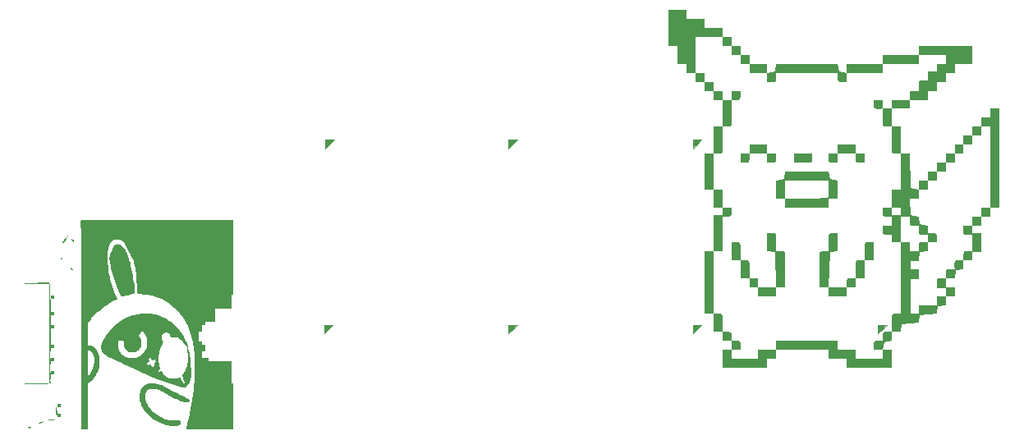
<source format=gbo>
%TF.GenerationSoftware,KiCad,Pcbnew,9.0.6*%
%TF.CreationDate,2025-12-23T12:32:36-05:00*%
%TF.ProjectId,astrapad,61737472-6170-4616-942e-6b696361645f,rev?*%
%TF.SameCoordinates,Original*%
%TF.FileFunction,Legend,Bot*%
%TF.FilePolarity,Positive*%
%FSLAX46Y46*%
G04 Gerber Fmt 4.6, Leading zero omitted, Abs format (unit mm)*
G04 Created by KiCad (PCBNEW 9.0.6) date 2025-12-23 12:32:36*
%MOMM*%
%LPD*%
G01*
G04 APERTURE LIST*
%ADD10C,0.000000*%
%ADD11C,0.100000*%
G04 APERTURE END LIST*
D10*
G36*
X81072500Y-36503124D02*
G01*
X82924583Y-36503124D01*
X82924583Y-37429165D01*
X85702707Y-37429165D01*
X85702707Y-36503124D01*
X86628750Y-36503124D01*
X86628750Y-38355206D01*
X81998541Y-38355206D01*
X81998541Y-37429165D01*
X80146458Y-37429165D01*
X80146458Y-36503124D01*
X74722500Y-36503124D01*
X74722500Y-35577084D01*
X81072500Y-35577084D01*
X81072500Y-36503124D01*
G37*
G36*
X86430329Y-34647907D02*
G01*
X86628750Y-34651039D01*
X86628750Y-35577084D01*
X85834999Y-35709374D01*
X85702707Y-36503124D01*
X84776666Y-36503124D01*
X84773533Y-36304704D01*
X84772532Y-36106251D01*
X84773598Y-35907796D01*
X84776666Y-35709374D01*
X84821124Y-35665692D01*
X84840671Y-35647987D01*
X84859478Y-35632764D01*
X84878334Y-35619819D01*
X84898025Y-35608945D01*
X84919340Y-35599936D01*
X84943065Y-35592586D01*
X84969987Y-35586690D01*
X85000894Y-35582041D01*
X85036572Y-35578434D01*
X85077810Y-35575662D01*
X85180113Y-35571802D01*
X85314100Y-35568814D01*
X85702707Y-35577084D01*
X85694439Y-35188477D01*
X85697426Y-35054489D01*
X85699144Y-34999771D01*
X85701286Y-34952186D01*
X85702580Y-34930823D01*
X85704058Y-34910948D01*
X85705744Y-34892462D01*
X85707665Y-34875269D01*
X85709846Y-34859268D01*
X85712314Y-34844362D01*
X85715093Y-34830452D01*
X85718210Y-34817439D01*
X85721690Y-34805226D01*
X85725560Y-34793714D01*
X85729844Y-34782805D01*
X85734569Y-34772400D01*
X85739760Y-34762400D01*
X85745443Y-34752708D01*
X85751644Y-34743225D01*
X85758389Y-34733852D01*
X85765702Y-34724491D01*
X85773611Y-34715044D01*
X85782140Y-34705413D01*
X85791316Y-34695498D01*
X85811710Y-34674425D01*
X85834999Y-34651039D01*
X86033422Y-34647971D01*
X86231876Y-34646905D01*
X86430329Y-34647907D01*
G37*
G36*
X69077650Y-32843384D02*
G01*
X69095376Y-32862856D01*
X69110640Y-32881518D01*
X69123655Y-32900135D01*
X69134632Y-32919471D01*
X69143785Y-32940289D01*
X69151327Y-32963352D01*
X69157470Y-32989426D01*
X69162426Y-33019273D01*
X69166410Y-33053658D01*
X69169632Y-33093343D01*
X69174645Y-33191673D01*
X69179169Y-33320374D01*
X69174518Y-33799412D01*
X69166248Y-34651039D01*
X68240208Y-34651039D01*
X68240208Y-32798958D01*
X69033958Y-32798958D01*
X69077650Y-32843384D01*
G37*
G36*
X81998541Y-30946873D02*
G01*
X80146458Y-30946873D01*
X80146458Y-30020832D01*
X81998541Y-30020832D01*
X81998541Y-30946873D01*
G37*
G36*
X72466968Y-29089510D02*
G01*
X72521687Y-29091228D01*
X72569272Y-29093370D01*
X72590635Y-29094664D01*
X72610510Y-29096141D01*
X72628995Y-29097828D01*
X72646189Y-29099749D01*
X72662190Y-29101930D01*
X72677096Y-29104398D01*
X72691006Y-29107177D01*
X72704018Y-29110294D01*
X72716231Y-29113774D01*
X72727743Y-29117644D01*
X72738652Y-29121928D01*
X72749057Y-29126653D01*
X72759056Y-29131844D01*
X72768748Y-29137527D01*
X72778232Y-29143728D01*
X72787604Y-29150472D01*
X72796965Y-29157786D01*
X72806411Y-29165694D01*
X72816043Y-29174224D01*
X72825957Y-29183399D01*
X72847029Y-29203793D01*
X72870415Y-29227082D01*
X72873484Y-29425504D01*
X72874550Y-29623958D01*
X72873549Y-29822412D01*
X72870415Y-30020832D01*
X71944374Y-30020832D01*
X71944374Y-29094792D01*
X72332981Y-29086521D01*
X72466968Y-29089510D01*
G37*
G36*
X82726163Y-29091657D02*
G01*
X82924583Y-29094792D01*
X82924583Y-30020832D01*
X81998541Y-30020832D01*
X81990272Y-29632225D01*
X81993260Y-29498238D01*
X81994978Y-29443519D01*
X81997120Y-29395935D01*
X81998414Y-29374571D01*
X81999891Y-29354696D01*
X82001577Y-29336211D01*
X82003498Y-29319017D01*
X82005680Y-29303017D01*
X82008147Y-29288110D01*
X82010927Y-29274200D01*
X82014044Y-29261188D01*
X82017524Y-29248975D01*
X82021393Y-29237464D01*
X82025678Y-29226554D01*
X82030403Y-29216149D01*
X82035594Y-29206150D01*
X82041277Y-29196458D01*
X82047478Y-29186975D01*
X82054222Y-29177602D01*
X82061536Y-29168242D01*
X82069444Y-29158795D01*
X82077974Y-29149163D01*
X82087150Y-29139249D01*
X82107544Y-29118177D01*
X82130833Y-29094792D01*
X82329255Y-29091723D01*
X82527709Y-29090656D01*
X82726163Y-29091657D01*
G37*
G36*
X71855775Y-27287134D02*
G01*
X71873502Y-27306606D01*
X71888766Y-27325269D01*
X71901780Y-27343886D01*
X71912758Y-27363222D01*
X71921911Y-27384040D01*
X71929453Y-27407104D01*
X71935596Y-27433177D01*
X71940552Y-27463024D01*
X71944535Y-27497409D01*
X71947758Y-27537094D01*
X71952771Y-27635423D01*
X71957294Y-27764122D01*
X71952644Y-28243164D01*
X71944374Y-29094792D01*
X71018333Y-29094792D01*
X71018333Y-27242707D01*
X71812084Y-27242707D01*
X71855775Y-27287134D01*
G37*
G36*
X83850624Y-29094792D02*
G01*
X82924583Y-29094792D01*
X82919931Y-28723236D01*
X82916315Y-28243164D01*
X82911663Y-27764122D01*
X82916186Y-27635423D01*
X82918525Y-27582844D01*
X82921200Y-27537094D01*
X82922729Y-27516541D01*
X82924422Y-27497409D01*
X82926305Y-27479602D01*
X82928405Y-27463024D01*
X82930748Y-27447581D01*
X82933362Y-27433177D01*
X82936272Y-27419717D01*
X82939504Y-27407104D01*
X82943087Y-27395243D01*
X82947046Y-27384040D01*
X82951408Y-27373398D01*
X82956199Y-27363222D01*
X82961447Y-27353417D01*
X82967177Y-27343886D01*
X82973416Y-27334536D01*
X82980191Y-27325269D01*
X82987529Y-27315991D01*
X82995455Y-27306606D01*
X83003998Y-27297019D01*
X83013182Y-27287134D01*
X83033584Y-27266089D01*
X83056873Y-27242707D01*
X83850624Y-27242707D01*
X83850624Y-29094792D01*
G37*
G36*
X68240208Y-32798958D02*
G01*
X67314167Y-32798958D01*
X67314167Y-26316666D01*
X68240208Y-26316666D01*
X68240208Y-32798958D01*
G37*
G36*
X70929732Y-25435051D02*
G01*
X70947459Y-25454523D01*
X70962724Y-25473185D01*
X70975739Y-25491803D01*
X70986716Y-25511138D01*
X70995870Y-25531956D01*
X71003412Y-25555020D01*
X71009555Y-25581093D01*
X71014511Y-25610940D01*
X71018494Y-25645325D01*
X71021717Y-25685011D01*
X71026731Y-25783341D01*
X71031254Y-25912041D01*
X71026600Y-26391079D01*
X71018333Y-27242707D01*
X70092293Y-27242707D01*
X70092293Y-25390625D01*
X70886040Y-25390625D01*
X70929732Y-25435051D01*
G37*
G36*
X84776666Y-27242707D02*
G01*
X83850624Y-27242707D01*
X83845974Y-26871155D01*
X83842356Y-26391079D01*
X83837705Y-25912041D01*
X83842228Y-25783341D01*
X83844567Y-25730761D01*
X83847241Y-25685011D01*
X83848770Y-25664457D01*
X83850463Y-25645325D01*
X83852346Y-25627518D01*
X83854446Y-25610940D01*
X83856790Y-25595497D01*
X83859403Y-25581093D01*
X83862313Y-25567632D01*
X83865546Y-25555020D01*
X83869128Y-25543159D01*
X83873087Y-25531956D01*
X83877449Y-25521314D01*
X83882240Y-25511138D01*
X83887488Y-25501333D01*
X83893218Y-25491803D01*
X83899457Y-25482452D01*
X83906233Y-25473185D01*
X83913570Y-25463908D01*
X83921497Y-25454523D01*
X83930039Y-25444936D01*
X83939224Y-25435051D01*
X83959626Y-25414007D01*
X83982916Y-25390625D01*
X84776666Y-25390625D01*
X84776666Y-27242707D01*
G37*
G36*
X90134496Y-25387491D02*
G01*
X90332916Y-25390625D01*
X90332916Y-26316666D01*
X89539165Y-26448956D01*
X89406874Y-27375000D01*
X88613125Y-27375000D01*
X88613125Y-28168751D01*
X89406874Y-28168751D01*
X89406874Y-29227082D01*
X88613125Y-29227082D01*
X88613125Y-32798958D01*
X89406874Y-32798958D01*
X89406874Y-31872917D01*
X91258957Y-31872917D01*
X91258957Y-30946873D01*
X92184999Y-30946873D01*
X92184999Y-31872917D01*
X91391249Y-32005207D01*
X91258957Y-32798958D01*
X89539165Y-32931248D01*
X89406874Y-33724999D01*
X87687082Y-33857289D01*
X87554790Y-34651039D01*
X86628750Y-34651039D01*
X86624098Y-34279488D01*
X86620481Y-33799412D01*
X86615829Y-33320374D01*
X86620352Y-33191673D01*
X86622692Y-33139094D01*
X86625366Y-33093343D01*
X86626895Y-33072790D01*
X86628588Y-33053658D01*
X86630472Y-33035850D01*
X86632572Y-33019273D01*
X86634915Y-33003830D01*
X86637528Y-32989426D01*
X86640438Y-32975965D01*
X86643671Y-32963352D01*
X86647254Y-32951492D01*
X86651213Y-32940289D01*
X86655575Y-32929647D01*
X86660366Y-32919471D01*
X86665614Y-32909666D01*
X86671344Y-32900135D01*
X86677583Y-32890785D01*
X86684358Y-32881518D01*
X86691696Y-32872240D01*
X86699623Y-32862856D01*
X86708165Y-32853269D01*
X86717350Y-32843384D01*
X86737752Y-32822339D01*
X86761041Y-32798958D01*
X87554790Y-32798958D01*
X87554790Y-25390625D01*
X88480833Y-25390625D01*
X88480833Y-26316666D01*
X89406874Y-26316666D01*
X89398605Y-25928059D01*
X89401593Y-25794071D01*
X89403311Y-25739353D01*
X89405452Y-25691768D01*
X89406747Y-25670405D01*
X89408224Y-25650530D01*
X89409910Y-25632045D01*
X89411831Y-25614851D01*
X89414013Y-25598850D01*
X89416480Y-25583944D01*
X89419259Y-25570034D01*
X89422376Y-25557022D01*
X89425857Y-25544809D01*
X89429726Y-25533297D01*
X89434011Y-25522388D01*
X89438735Y-25511983D01*
X89443926Y-25501983D01*
X89449610Y-25492291D01*
X89455811Y-25482808D01*
X89462555Y-25473436D01*
X89469869Y-25464075D01*
X89477777Y-25454629D01*
X89486307Y-25444997D01*
X89495483Y-25435083D01*
X89515877Y-25414011D01*
X89539165Y-25390625D01*
X89737588Y-25387556D01*
X89936043Y-25386490D01*
X90134496Y-25387491D01*
G37*
G36*
X94963123Y-24464581D02*
G01*
X95889165Y-24464581D01*
X95889165Y-26448956D01*
X94963123Y-26448956D01*
X94963123Y-27242707D01*
X94037083Y-27242707D01*
X94028814Y-26854100D01*
X94031802Y-26720112D01*
X94033520Y-26665394D01*
X94035661Y-26617809D01*
X94036956Y-26596446D01*
X94038433Y-26576571D01*
X94040119Y-26558085D01*
X94042040Y-26540892D01*
X94044222Y-26524891D01*
X94046689Y-26509985D01*
X94049468Y-26496075D01*
X94052585Y-26483063D01*
X94056066Y-26470850D01*
X94059935Y-26459338D01*
X94064219Y-26448429D01*
X94068944Y-26438023D01*
X94074135Y-26428024D01*
X94079819Y-26418332D01*
X94086019Y-26408849D01*
X94092764Y-26399476D01*
X94100078Y-26390116D01*
X94107986Y-26380669D01*
X94116516Y-26371038D01*
X94125692Y-26361123D01*
X94146086Y-26340051D01*
X94169374Y-26316666D01*
X94963123Y-26316666D01*
X94963123Y-24596874D01*
X94169374Y-24596874D01*
X94037083Y-24464581D01*
X94034013Y-24266159D01*
X94032947Y-24067706D01*
X94033949Y-23869252D01*
X94037083Y-23670832D01*
X94963123Y-23670832D01*
X94963123Y-24464581D01*
G37*
G36*
X70100559Y-22207356D02*
G01*
X70097572Y-22341343D01*
X70095855Y-22396062D01*
X70093713Y-22443647D01*
X70092419Y-22465010D01*
X70090942Y-22484885D01*
X70089255Y-22503370D01*
X70087334Y-22520564D01*
X70085153Y-22536565D01*
X70082686Y-22551471D01*
X70079906Y-22565381D01*
X70076789Y-22578393D01*
X70073309Y-22590606D01*
X70069439Y-22602118D01*
X70065155Y-22613027D01*
X70060430Y-22623432D01*
X70055239Y-22633432D01*
X70049556Y-22643124D01*
X70043355Y-22652607D01*
X70036610Y-22661980D01*
X70029297Y-22671340D01*
X70021388Y-22680787D01*
X70012858Y-22690419D01*
X70003682Y-22700333D01*
X69983288Y-22721406D01*
X69959999Y-22744791D01*
X69166248Y-22744791D01*
X69166248Y-26316666D01*
X68240208Y-26316666D01*
X68240208Y-22612499D01*
X69166248Y-22612499D01*
X69166248Y-21818749D01*
X70092293Y-21818749D01*
X70100559Y-22207356D01*
G37*
G36*
X96815206Y-22744791D02*
G01*
X95889165Y-22744791D01*
X95889165Y-21818749D01*
X96815206Y-21818749D01*
X96815206Y-22744791D01*
G37*
G36*
X69166248Y-21818749D02*
G01*
X68240208Y-21818749D01*
X68240208Y-19966666D01*
X69166248Y-19966666D01*
X69166248Y-21818749D01*
G37*
G36*
X81072500Y-20892708D02*
G01*
X80146458Y-20892708D01*
X80146458Y-21818749D01*
X75648540Y-21818749D01*
X75648540Y-20892708D01*
X74722500Y-20892708D01*
X74722500Y-19040625D01*
X75648540Y-19040625D01*
X75648540Y-20892708D01*
X76873012Y-20899168D01*
X77376602Y-20900976D01*
X78073692Y-20906104D01*
X78420535Y-20905059D01*
X78766535Y-20898165D01*
X79111909Y-20882837D01*
X79456876Y-20856492D01*
X79629274Y-20838381D01*
X79801652Y-20816546D01*
X79974038Y-20790666D01*
X80146458Y-20760416D01*
X80146458Y-19040625D01*
X75648540Y-19040625D01*
X74722500Y-19040625D01*
X75516250Y-18908333D01*
X75648540Y-18114582D01*
X80146458Y-18114582D01*
X80278749Y-18908333D01*
X81072500Y-19040625D01*
X81072500Y-20760416D01*
X81072500Y-20892708D01*
G37*
G36*
X92184999Y-18114582D02*
G01*
X91258957Y-18114582D01*
X91258957Y-17188542D01*
X92184999Y-17188542D01*
X92184999Y-18114582D01*
G37*
G36*
X68240208Y-19966666D02*
G01*
X67314167Y-19966666D01*
X67314167Y-16262499D01*
X68240208Y-16262499D01*
X68240208Y-19966666D01*
G37*
G36*
X74730766Y-16651106D02*
G01*
X74727779Y-16785094D01*
X74726062Y-16839812D01*
X74723920Y-16887397D01*
X74722626Y-16908760D01*
X74721149Y-16928635D01*
X74719462Y-16947120D01*
X74717541Y-16964314D01*
X74715360Y-16980315D01*
X74712893Y-16995221D01*
X74710113Y-17009131D01*
X74706996Y-17022143D01*
X74703516Y-17034356D01*
X74699646Y-17045868D01*
X74695362Y-17056777D01*
X74690637Y-17067183D01*
X74685446Y-17077182D01*
X74679763Y-17086874D01*
X74673562Y-17096357D01*
X74666817Y-17105730D01*
X74659504Y-17115091D01*
X74651595Y-17124537D01*
X74643065Y-17134169D01*
X74633889Y-17144084D01*
X74613495Y-17165156D01*
X74590206Y-17188542D01*
X74391784Y-17191610D01*
X74193331Y-17192676D01*
X73994878Y-17191674D01*
X73796459Y-17188542D01*
X73796459Y-16262499D01*
X74722500Y-16262499D01*
X74730766Y-16651106D01*
G37*
G36*
X78426666Y-17056250D02*
G01*
X78382240Y-17099942D01*
X78362768Y-17117669D01*
X78344106Y-17132933D01*
X78325489Y-17145948D01*
X78306153Y-17156925D01*
X78285335Y-17166078D01*
X78262272Y-17173620D01*
X78236198Y-17179763D01*
X78206351Y-17184719D01*
X78171967Y-17188702D01*
X78132281Y-17191925D01*
X78033951Y-17196938D01*
X77905250Y-17201460D01*
X77426212Y-17196810D01*
X76574581Y-17188542D01*
X76574581Y-16262499D01*
X78426666Y-16262499D01*
X78426666Y-17056250D01*
G37*
G36*
X81072500Y-17188542D02*
G01*
X80683893Y-17196810D01*
X80549906Y-17193822D01*
X80495187Y-17192105D01*
X80447602Y-17189963D01*
X80426239Y-17188669D01*
X80406364Y-17187191D01*
X80387879Y-17185505D01*
X80370685Y-17183584D01*
X80354684Y-17181403D01*
X80339778Y-17178935D01*
X80325868Y-17176156D01*
X80312856Y-17173039D01*
X80300643Y-17169558D01*
X80289131Y-17165689D01*
X80278222Y-17161405D01*
X80267817Y-17156680D01*
X80257817Y-17151489D01*
X80248125Y-17145806D01*
X80238642Y-17139605D01*
X80229269Y-17132860D01*
X80219909Y-17125547D01*
X80210462Y-17117638D01*
X80200830Y-17109108D01*
X80190915Y-17099933D01*
X80169843Y-17079539D01*
X80146458Y-17056250D01*
X80143389Y-16857827D01*
X80142323Y-16659372D01*
X80143324Y-16460919D01*
X80146458Y-16262499D01*
X81072500Y-16262499D01*
X81072500Y-17188542D01*
G37*
G36*
X88613125Y-19834374D02*
G01*
X89406874Y-19966666D01*
X89406874Y-20892708D01*
X88480833Y-20892708D01*
X88613125Y-22612499D01*
X89406874Y-22744791D01*
X89539165Y-23538540D01*
X90332916Y-23670832D01*
X90332916Y-24464581D01*
X90721521Y-24456314D01*
X90855509Y-24459301D01*
X90910227Y-24461019D01*
X90957812Y-24463160D01*
X90979175Y-24464455D01*
X90999050Y-24465932D01*
X91017535Y-24467618D01*
X91034729Y-24469539D01*
X91050730Y-24471720D01*
X91065636Y-24474188D01*
X91079546Y-24476967D01*
X91092558Y-24480084D01*
X91104771Y-24483565D01*
X91116283Y-24487434D01*
X91127193Y-24491718D01*
X91137598Y-24496443D01*
X91147597Y-24501634D01*
X91157289Y-24507317D01*
X91166773Y-24513518D01*
X91176145Y-24520263D01*
X91185506Y-24527577D01*
X91194953Y-24535486D01*
X91204584Y-24544015D01*
X91214499Y-24553191D01*
X91235571Y-24573585D01*
X91258957Y-24596874D01*
X91262025Y-24795297D01*
X91263092Y-24993751D01*
X91262090Y-25192205D01*
X91258957Y-25390625D01*
X90332916Y-25390625D01*
X90332916Y-24596874D01*
X90134496Y-24600007D01*
X89936043Y-24601009D01*
X89737588Y-24599943D01*
X89539165Y-24596874D01*
X89495483Y-24552416D01*
X89477777Y-24532869D01*
X89462555Y-24514062D01*
X89449610Y-24495206D01*
X89438735Y-24475514D01*
X89429726Y-24454200D01*
X89422376Y-24430475D01*
X89416480Y-24403553D01*
X89411831Y-24372646D01*
X89408224Y-24336967D01*
X89405452Y-24295729D01*
X89401593Y-24193426D01*
X89398605Y-24059439D01*
X89406874Y-23670832D01*
X89208454Y-23673966D01*
X89010001Y-23674967D01*
X88811547Y-23673901D01*
X88613125Y-23670832D01*
X88569442Y-23626374D01*
X88551737Y-23606828D01*
X88536514Y-23588020D01*
X88523569Y-23569165D01*
X88512695Y-23549473D01*
X88503686Y-23528159D01*
X88496336Y-23504434D01*
X88490439Y-23477512D01*
X88485791Y-23446605D01*
X88482183Y-23410926D01*
X88479412Y-23369688D01*
X88475552Y-23267385D01*
X88472565Y-23133398D01*
X88480833Y-22744791D01*
X87554790Y-22744791D01*
X87554790Y-25390625D01*
X86628750Y-25390625D01*
X86628750Y-24596874D01*
X86240143Y-24605141D01*
X86106155Y-24602154D01*
X86051437Y-24600436D01*
X86003852Y-24598295D01*
X85982489Y-24597001D01*
X85962614Y-24595523D01*
X85944128Y-24593837D01*
X85926935Y-24591916D01*
X85910934Y-24589735D01*
X85896028Y-24587267D01*
X85882118Y-24584488D01*
X85869105Y-24581371D01*
X85856893Y-24577891D01*
X85845381Y-24574021D01*
X85834471Y-24569737D01*
X85824066Y-24565012D01*
X85814067Y-24559821D01*
X85804375Y-24554138D01*
X85794891Y-24547937D01*
X85785519Y-24541192D01*
X85776158Y-24533878D01*
X85766711Y-24525970D01*
X85757080Y-24517440D01*
X85747165Y-24508264D01*
X85726093Y-24487870D01*
X85702707Y-24464581D01*
X85699638Y-24266159D01*
X85698572Y-24067706D01*
X85699574Y-23869252D01*
X85702707Y-23670832D01*
X86628750Y-23670832D01*
X86628750Y-22744791D01*
X86240143Y-22753060D01*
X86106155Y-22750072D01*
X86051437Y-22748354D01*
X86003852Y-22746212D01*
X85982489Y-22744918D01*
X85962614Y-22743441D01*
X85944128Y-22741755D01*
X85926935Y-22739834D01*
X85910934Y-22737652D01*
X85896028Y-22735185D01*
X85882118Y-22732405D01*
X85869105Y-22729288D01*
X85856893Y-22725808D01*
X85845381Y-22721939D01*
X85834471Y-22717654D01*
X85824066Y-22712929D01*
X85814067Y-22707738D01*
X85804375Y-22702055D01*
X85794891Y-22695854D01*
X85785519Y-22689110D01*
X85776158Y-22681796D01*
X85766711Y-22673888D01*
X85757080Y-22665358D01*
X85747165Y-22656182D01*
X85726093Y-22635788D01*
X85702707Y-22612499D01*
X85699638Y-22414077D01*
X85698572Y-22215623D01*
X85699574Y-22017169D01*
X85702707Y-21818749D01*
X86628750Y-21818749D01*
X86628750Y-22612499D01*
X87554790Y-22612499D01*
X87554790Y-21818749D01*
X86628750Y-21818749D01*
X86628750Y-19966666D01*
X87554790Y-19966666D01*
X87554790Y-16262499D01*
X88480833Y-16262499D01*
X88613125Y-19834374D01*
G37*
G36*
X93111040Y-17188542D02*
G01*
X92184999Y-17188542D01*
X92184999Y-16262499D01*
X93111040Y-16262499D01*
X93111040Y-17188542D01*
G37*
G36*
X73796459Y-16262499D02*
G01*
X71944374Y-16262499D01*
X71944374Y-15336458D01*
X73796459Y-15336458D01*
X73796459Y-16262499D01*
G37*
G36*
X82924583Y-16262499D02*
G01*
X81072500Y-16262499D01*
X81072500Y-15336458D01*
X82924583Y-15336458D01*
X82924583Y-16262499D01*
G37*
G36*
X94037083Y-16262499D02*
G01*
X93111040Y-16262499D01*
X93111040Y-15336458D01*
X94037083Y-15336458D01*
X94037083Y-16262499D01*
G37*
G36*
X94963123Y-15336458D02*
G01*
X94037083Y-15336458D01*
X94037083Y-14410416D01*
X94963123Y-14410416D01*
X94963123Y-15336458D01*
G37*
G36*
X87554790Y-16262499D02*
G01*
X86761041Y-16262499D01*
X86717346Y-16218329D01*
X86699609Y-16199466D01*
X86684326Y-16181988D01*
X86671280Y-16165325D01*
X86660256Y-16148905D01*
X86651037Y-16132156D01*
X86643409Y-16114507D01*
X86637155Y-16095385D01*
X86632059Y-16074221D01*
X86627907Y-16050441D01*
X86624481Y-16023474D01*
X86621566Y-15992750D01*
X86618947Y-15957695D01*
X86613731Y-15872311D01*
X86615829Y-15538513D01*
X86617123Y-15178070D01*
X86620481Y-14799023D01*
X86628750Y-13484375D01*
X87554790Y-13484375D01*
X87554790Y-16262499D01*
G37*
G36*
X95889165Y-14410416D02*
G01*
X94963123Y-14410416D01*
X94963123Y-13484375D01*
X95889165Y-13484375D01*
X95889165Y-14410416D01*
G37*
G36*
X70098751Y-11640301D02*
G01*
X70100559Y-12020899D01*
X70103920Y-12399945D01*
X70105209Y-12760388D01*
X70107311Y-13094185D01*
X70102095Y-13179570D01*
X70099476Y-13214625D01*
X70096561Y-13245350D01*
X70093136Y-13272316D01*
X70091164Y-13284569D01*
X70088983Y-13296096D01*
X70086566Y-13306970D01*
X70083887Y-13317261D01*
X70080919Y-13327042D01*
X70077633Y-13336383D01*
X70074004Y-13345356D01*
X70070005Y-13354032D01*
X70065608Y-13362483D01*
X70060786Y-13370781D01*
X70055513Y-13378997D01*
X70049762Y-13387201D01*
X70043505Y-13395467D01*
X70036716Y-13403864D01*
X70021432Y-13421342D01*
X70003696Y-13440205D01*
X69983290Y-13461026D01*
X69959999Y-13484375D01*
X69166248Y-13484375D01*
X69166248Y-10706249D01*
X70092293Y-10706249D01*
X70098751Y-11640301D01*
G37*
G36*
X85702707Y-11632292D02*
G01*
X85314100Y-11640560D01*
X85180113Y-11637573D01*
X85125395Y-11635855D01*
X85077810Y-11633713D01*
X85056447Y-11632419D01*
X85036572Y-11630942D01*
X85018087Y-11629255D01*
X85000894Y-11627334D01*
X84984893Y-11625153D01*
X84969987Y-11622685D01*
X84956077Y-11619906D01*
X84943065Y-11616789D01*
X84930852Y-11613309D01*
X84919340Y-11609439D01*
X84908431Y-11605155D01*
X84898025Y-11600430D01*
X84888026Y-11595239D01*
X84878334Y-11589556D01*
X84868851Y-11583355D01*
X84859478Y-11576611D01*
X84850117Y-11569297D01*
X84840671Y-11561388D01*
X84831039Y-11552859D01*
X84821124Y-11543683D01*
X84800052Y-11523289D01*
X84776666Y-11500000D01*
X84773598Y-11301577D01*
X84772532Y-11103123D01*
X84773533Y-10904669D01*
X84776666Y-10706249D01*
X85702707Y-10706249D01*
X85702707Y-11632292D01*
G37*
G36*
X88480833Y-11632292D02*
G01*
X86628750Y-11632292D01*
X86628750Y-10706249D01*
X88480833Y-10706249D01*
X88480833Y-11632292D01*
G37*
G36*
X69166248Y-10706249D02*
G01*
X68240208Y-10706249D01*
X68240208Y-9780209D01*
X69166248Y-9780209D01*
X69166248Y-10706249D01*
G37*
G36*
X71026600Y-10168816D02*
G01*
X71023613Y-10302803D01*
X71021895Y-10357521D01*
X71019754Y-10405106D01*
X71018460Y-10426469D01*
X71016982Y-10446344D01*
X71015296Y-10464829D01*
X71013375Y-10482022D01*
X71011194Y-10498023D01*
X71008726Y-10512929D01*
X71005947Y-10526839D01*
X71002830Y-10539851D01*
X70999350Y-10552064D01*
X70995480Y-10563576D01*
X70991196Y-10574485D01*
X70986471Y-10584891D01*
X70981280Y-10594890D01*
X70975597Y-10604582D01*
X70969396Y-10614065D01*
X70962651Y-10623438D01*
X70955337Y-10632798D01*
X70947428Y-10642245D01*
X70938899Y-10651877D01*
X70929723Y-10661792D01*
X70909329Y-10682864D01*
X70886040Y-10706249D01*
X70687618Y-10709318D01*
X70489165Y-10710384D01*
X70290712Y-10709383D01*
X70092293Y-10706249D01*
X70092293Y-9780209D01*
X71018333Y-9780209D01*
X71026600Y-10168816D01*
G37*
G36*
X71944374Y-7002084D02*
G01*
X71018333Y-7002084D01*
X71018333Y-6076042D01*
X71944374Y-6076042D01*
X71944374Y-7002084D01*
G37*
G36*
X89406874Y-7002084D02*
G01*
X85702707Y-7002084D01*
X85702707Y-6076042D01*
X89406874Y-6076042D01*
X89406874Y-7002084D01*
G37*
G36*
X71018333Y-6076042D02*
G01*
X70092293Y-6076042D01*
X70092293Y-5150000D01*
X71018333Y-5150000D01*
X71018333Y-6076042D01*
G37*
G36*
X70092293Y-5150000D02*
G01*
X69166248Y-5150000D01*
X69166248Y-4223958D01*
X70092293Y-4223958D01*
X70092293Y-5150000D01*
G37*
G36*
X65462082Y-2371875D02*
G01*
X67314167Y-2371875D01*
X67314167Y-3297917D01*
X69166248Y-3297917D01*
X69166248Y-4223958D01*
X66388126Y-4223958D01*
X66388126Y-7928126D01*
X65462082Y-7928126D01*
X65462082Y-7002084D01*
X64536041Y-7002084D01*
X64536041Y-5150000D01*
X63610000Y-5150000D01*
X63610000Y-1445833D01*
X65462082Y-1445833D01*
X65462082Y-2371875D01*
G37*
G36*
X74633898Y-24509008D02*
G01*
X74651626Y-24528480D01*
X74666890Y-24547143D01*
X74679905Y-24565761D01*
X74690883Y-24585096D01*
X74700036Y-24605914D01*
X74707578Y-24628978D01*
X74713721Y-24655052D01*
X74718678Y-24684899D01*
X74722661Y-24719283D01*
X74725883Y-24758968D01*
X74730897Y-24857297D01*
X74735420Y-24985996D01*
X74730766Y-25465039D01*
X74727150Y-25945111D01*
X74722500Y-26316666D01*
X74920920Y-26313533D01*
X75119374Y-26312532D01*
X75317828Y-26313597D01*
X75516250Y-26316666D01*
X75559946Y-26361002D01*
X75577682Y-26380259D01*
X75592965Y-26398504D01*
X75606011Y-26416433D01*
X75617035Y-26434741D01*
X75626253Y-26454126D01*
X75633881Y-26475283D01*
X75640135Y-26498908D01*
X75645231Y-26525697D01*
X75649383Y-26556347D01*
X75652809Y-26591553D01*
X75658343Y-26678418D01*
X75663559Y-26791863D01*
X75661461Y-27243225D01*
X75660168Y-27730274D01*
X75656811Y-28243164D01*
X75648540Y-30020832D01*
X74722500Y-30020832D01*
X74590206Y-26448956D01*
X73796459Y-26316666D01*
X73796459Y-24464581D01*
X74590206Y-24464581D01*
X74633898Y-24509008D01*
G37*
G36*
X97741248Y-21818749D02*
G01*
X96815206Y-21818749D01*
X96815206Y-13484375D01*
X95889165Y-13484375D01*
X95889165Y-12558333D01*
X96815206Y-12558333D01*
X96815206Y-11632292D01*
X97741248Y-11632292D01*
X97741248Y-21818749D01*
G37*
G36*
X86628750Y-13484375D02*
G01*
X85834999Y-13484375D01*
X85791307Y-13439949D01*
X85773580Y-13420477D01*
X85758316Y-13401814D01*
X85745301Y-13383197D01*
X85734324Y-13363861D01*
X85725170Y-13343043D01*
X85717629Y-13319979D01*
X85711486Y-13293906D01*
X85706530Y-13264059D01*
X85702546Y-13229674D01*
X85699324Y-13189989D01*
X85694311Y-13091659D01*
X85689789Y-12962960D01*
X85694439Y-12483919D01*
X85702707Y-11632292D01*
X86628750Y-11632292D01*
X86628750Y-13484375D01*
G37*
G36*
X85702707Y-7928126D02*
G01*
X81998541Y-7928126D01*
X81998541Y-7002084D01*
X85702707Y-7002084D01*
X85702707Y-7928126D01*
G37*
G36*
X74722500Y-30946873D02*
G01*
X72870415Y-30946873D01*
X72870415Y-30020832D01*
X74722500Y-30020832D01*
X74722500Y-30946873D01*
G37*
G36*
X94963123Y-7002084D02*
G01*
X93111040Y-7002084D01*
X93111040Y-7928126D01*
X92184999Y-7928126D01*
X92184999Y-8854166D01*
X91258957Y-8854166D01*
X91258957Y-9780209D01*
X90332916Y-9780209D01*
X90332916Y-10706249D01*
X88480833Y-10706249D01*
X88480833Y-9780209D01*
X89406874Y-9780209D01*
X89403745Y-9548713D01*
X89402739Y-9317189D01*
X89403801Y-9085664D01*
X89406874Y-8854166D01*
X89451331Y-8810483D01*
X89470878Y-8792778D01*
X89489685Y-8777556D01*
X89508541Y-8764611D01*
X89528233Y-8753736D01*
X89549547Y-8744727D01*
X89573272Y-8737377D01*
X89600194Y-8731481D01*
X89631101Y-8726832D01*
X89666780Y-8723225D01*
X89708018Y-8720453D01*
X89810322Y-8716594D01*
X89944309Y-8713606D01*
X90332916Y-8721874D01*
X90332916Y-7795834D01*
X91258957Y-7795834D01*
X91258957Y-7002084D01*
X92184999Y-7002084D01*
X92184999Y-6076042D01*
X89406874Y-6076042D01*
X89406874Y-5150000D01*
X94963123Y-5150000D01*
X94963123Y-7002084D01*
G37*
G36*
X90332916Y-19966666D02*
G01*
X89406874Y-19966666D01*
X89406874Y-19040625D01*
X90332916Y-19040625D01*
X90332916Y-19966666D01*
G37*
G36*
X83850624Y-17188542D02*
G01*
X83462017Y-17196810D01*
X83328029Y-17193822D01*
X83273311Y-17192105D01*
X83225726Y-17189963D01*
X83204363Y-17188669D01*
X83184488Y-17187191D01*
X83166003Y-17185505D01*
X83148809Y-17183584D01*
X83132808Y-17181403D01*
X83117902Y-17178935D01*
X83103992Y-17176156D01*
X83090980Y-17173039D01*
X83078767Y-17169558D01*
X83067255Y-17165689D01*
X83056346Y-17161405D01*
X83045941Y-17156680D01*
X83035941Y-17151489D01*
X83026249Y-17145806D01*
X83016766Y-17139605D01*
X83007394Y-17132860D01*
X82998033Y-17125547D01*
X82988587Y-17117638D01*
X82978955Y-17109108D01*
X82969041Y-17099933D01*
X82947969Y-17079539D01*
X82924583Y-17056250D01*
X82921515Y-16857827D01*
X82920448Y-16659372D01*
X82921450Y-16460919D01*
X82924583Y-16262499D01*
X83850624Y-16262499D01*
X83850624Y-17188542D01*
G37*
G36*
X68240208Y-9780209D02*
G01*
X67314167Y-9780209D01*
X67314167Y-8854166D01*
X68240208Y-8854166D01*
X68240208Y-9780209D01*
G37*
G36*
X81204790Y-7795834D02*
G01*
X81998541Y-7928126D01*
X81998541Y-8854166D01*
X81609934Y-8862435D01*
X81475946Y-8859447D01*
X81421228Y-8857729D01*
X81373643Y-8855587D01*
X81352280Y-8854293D01*
X81332405Y-8852816D01*
X81313920Y-8851130D01*
X81296726Y-8849209D01*
X81280725Y-8847027D01*
X81265819Y-8844560D01*
X81251909Y-8841780D01*
X81238897Y-8838663D01*
X81226684Y-8835183D01*
X81215172Y-8831314D01*
X81204263Y-8827029D01*
X81193858Y-8822304D01*
X81183858Y-8817113D01*
X81174166Y-8811430D01*
X81164683Y-8805229D01*
X81155311Y-8798485D01*
X81145950Y-8791171D01*
X81136503Y-8783263D01*
X81126872Y-8774733D01*
X81116957Y-8765557D01*
X81095885Y-8745163D01*
X81072500Y-8721874D01*
X81072500Y-7928126D01*
X74722500Y-7928126D01*
X74722500Y-8721874D01*
X74590206Y-8854166D01*
X74391784Y-8857236D01*
X74193331Y-8858302D01*
X73994878Y-8857300D01*
X73796459Y-8854166D01*
X73796459Y-7928126D01*
X74590206Y-7795834D01*
X74722500Y-7002084D01*
X81072500Y-7002084D01*
X81204790Y-7795834D01*
G37*
G36*
X70614886Y-35571802D02*
G01*
X70669604Y-35573520D01*
X70717188Y-35575662D01*
X70738551Y-35576956D01*
X70758426Y-35578434D01*
X70776911Y-35580120D01*
X70794105Y-35582041D01*
X70810106Y-35584222D01*
X70825012Y-35586690D01*
X70838922Y-35589469D01*
X70851934Y-35592586D01*
X70864147Y-35596067D01*
X70875659Y-35599936D01*
X70886568Y-35604220D01*
X70896973Y-35608945D01*
X70906973Y-35614136D01*
X70916665Y-35619819D01*
X70926148Y-35626020D01*
X70935521Y-35632764D01*
X70944881Y-35640078D01*
X70954328Y-35647987D01*
X70963960Y-35656516D01*
X70973875Y-35665692D01*
X70994947Y-35686085D01*
X71018333Y-35709374D01*
X71021402Y-35907796D01*
X71022467Y-36106251D01*
X71021466Y-36304704D01*
X71018333Y-36503124D01*
X70092293Y-36503124D01*
X70092293Y-35577084D01*
X70480900Y-35568814D01*
X70614886Y-35571802D01*
G37*
G36*
X91986580Y-29091657D02*
G01*
X92184999Y-29094792D01*
X92184999Y-30020832D01*
X93111040Y-30020832D01*
X93111040Y-30946873D01*
X92184999Y-30946873D01*
X92184999Y-30153122D01*
X91258957Y-30153122D01*
X91250688Y-29698372D01*
X91253676Y-29542551D01*
X91255394Y-29478999D01*
X91257536Y-29423840D01*
X91258830Y-29399132D01*
X91260307Y-29376191D01*
X91261993Y-29354906D01*
X91263914Y-29335166D01*
X91266096Y-29316862D01*
X91268563Y-29299883D01*
X91271343Y-29284118D01*
X91274460Y-29269457D01*
X91277940Y-29255788D01*
X91281809Y-29243003D01*
X91286094Y-29230989D01*
X91290819Y-29219637D01*
X91296010Y-29208837D01*
X91301693Y-29198476D01*
X91307894Y-29188446D01*
X91314638Y-29178636D01*
X91321952Y-29168934D01*
X91329861Y-29159231D01*
X91338390Y-29149416D01*
X91347566Y-29139378D01*
X91367960Y-29118193D01*
X91391249Y-29094792D01*
X91589671Y-29091723D01*
X91788126Y-29090656D01*
X91986580Y-29091657D01*
G37*
G36*
X73796459Y-7928126D02*
G01*
X71944374Y-7928126D01*
X71944374Y-7002084D01*
X73796459Y-7002084D01*
X73796459Y-7928126D01*
G37*
G36*
X69688843Y-34645760D02*
G01*
X69743561Y-34647477D01*
X69791146Y-34649619D01*
X69812509Y-34650913D01*
X69832384Y-34652390D01*
X69850870Y-34654077D01*
X69868063Y-34655998D01*
X69884064Y-34658179D01*
X69898970Y-34660646D01*
X69912880Y-34663426D01*
X69925893Y-34666543D01*
X69938106Y-34670023D01*
X69949618Y-34673893D01*
X69960527Y-34678177D01*
X69970932Y-34682902D01*
X69980932Y-34688093D01*
X69990624Y-34693776D01*
X70000107Y-34699977D01*
X70009480Y-34706722D01*
X70018841Y-34714035D01*
X70028288Y-34721944D01*
X70037919Y-34730474D01*
X70047834Y-34739650D01*
X70068907Y-34760044D01*
X70092293Y-34783333D01*
X70095361Y-34981755D01*
X70096427Y-35180208D01*
X70095425Y-35378662D01*
X70092293Y-35577084D01*
X69166248Y-35577084D01*
X69166248Y-34651039D01*
X69554855Y-34642773D01*
X69688843Y-34645760D01*
G37*
G36*
X71952644Y-16651106D02*
G01*
X71949656Y-16785094D01*
X71947938Y-16839812D01*
X71945796Y-16887397D01*
X71944502Y-16908760D01*
X71943024Y-16928635D01*
X71941338Y-16947120D01*
X71939417Y-16964314D01*
X71937235Y-16980315D01*
X71934768Y-16995221D01*
X71931988Y-17009131D01*
X71928871Y-17022143D01*
X71925391Y-17034356D01*
X71921522Y-17045868D01*
X71917238Y-17056777D01*
X71912513Y-17067183D01*
X71907322Y-17077182D01*
X71901639Y-17086874D01*
X71895438Y-17096357D01*
X71888693Y-17105730D01*
X71881380Y-17115091D01*
X71873471Y-17124537D01*
X71864942Y-17134169D01*
X71855766Y-17144084D01*
X71835372Y-17165156D01*
X71812084Y-17188542D01*
X71613662Y-17191610D01*
X71415207Y-17192676D01*
X71216753Y-17191674D01*
X71018333Y-17188542D01*
X71018333Y-16262499D01*
X71944374Y-16262499D01*
X71952644Y-16651106D01*
G37*
G36*
X81072500Y-26316666D02*
G01*
X80278749Y-26448956D01*
X80146458Y-30020832D01*
X79220417Y-30020832D01*
X79213957Y-28757603D01*
X79212149Y-28243164D01*
X79208790Y-27730274D01*
X79207496Y-27243225D01*
X79207367Y-27044613D01*
X79209150Y-26845996D01*
X79213337Y-26647426D01*
X79220417Y-26448956D01*
X79264874Y-26405274D01*
X79284420Y-26387569D01*
X79303227Y-26372347D01*
X79322083Y-26359401D01*
X79341774Y-26348527D01*
X79363089Y-26339518D01*
X79386813Y-26332169D01*
X79413736Y-26326273D01*
X79444643Y-26321624D01*
X79480322Y-26318017D01*
X79521560Y-26315246D01*
X79623863Y-26311386D01*
X79757850Y-26308399D01*
X80146458Y-26316666D01*
X80141807Y-25945111D01*
X80138189Y-25465039D01*
X80133539Y-24985996D01*
X80138062Y-24857297D01*
X80140400Y-24804719D01*
X80143075Y-24758968D01*
X80144604Y-24738415D01*
X80146297Y-24719283D01*
X80148180Y-24701476D01*
X80150280Y-24684899D01*
X80152623Y-24669456D01*
X80155236Y-24655052D01*
X80158146Y-24641591D01*
X80161379Y-24628978D01*
X80164962Y-24617118D01*
X80168921Y-24605914D01*
X80173283Y-24595272D01*
X80178074Y-24585096D01*
X80183322Y-24575291D01*
X80189052Y-24565761D01*
X80195291Y-24556410D01*
X80202066Y-24547143D01*
X80209404Y-24537865D01*
X80217331Y-24528480D01*
X80225873Y-24518893D01*
X80235057Y-24509008D01*
X80255459Y-24487963D01*
X80278749Y-24464581D01*
X81072500Y-24464581D01*
X81072500Y-26316666D01*
G37*
G36*
X91258957Y-19040625D02*
G01*
X90332916Y-19040625D01*
X90332916Y-18114582D01*
X91258957Y-18114582D01*
X91258957Y-19040625D01*
G37*
G36*
X69172710Y-14418427D02*
G01*
X69174518Y-14799023D01*
X69177875Y-15178070D01*
X69179169Y-15538513D01*
X69181267Y-15872311D01*
X69176051Y-15957695D01*
X69173432Y-15992750D01*
X69170517Y-16023474D01*
X69167091Y-16050441D01*
X69165119Y-16062693D01*
X69162939Y-16074221D01*
X69160522Y-16085094D01*
X69157843Y-16095385D01*
X69154874Y-16105166D01*
X69151589Y-16114507D01*
X69147960Y-16123480D01*
X69143961Y-16132156D01*
X69139564Y-16140607D01*
X69134743Y-16148905D01*
X69129470Y-16157121D01*
X69123719Y-16165325D01*
X69117462Y-16173591D01*
X69110673Y-16181988D01*
X69095390Y-16199466D01*
X69077654Y-16218329D01*
X69057248Y-16239149D01*
X69033958Y-16262499D01*
X68240208Y-16262499D01*
X68240208Y-13484375D01*
X69166248Y-13484375D01*
X69172710Y-14418427D01*
G37*
G36*
X95889165Y-23670832D02*
G01*
X94963123Y-23670832D01*
X94963123Y-22744791D01*
X95889165Y-22744791D01*
X95889165Y-23670832D01*
G37*
G36*
X67314167Y-8854166D02*
G01*
X66388126Y-8854166D01*
X66388126Y-7928126D01*
X67314167Y-7928126D01*
X67314167Y-8854166D01*
G37*
G36*
X70092293Y-37429165D02*
G01*
X72870415Y-37429165D01*
X72870415Y-36503124D01*
X74722500Y-36503124D01*
X74722500Y-37429165D01*
X73796459Y-37429165D01*
X73796459Y-38355206D01*
X69166248Y-38355206D01*
X69166248Y-36503124D01*
X70092293Y-36503124D01*
X70092293Y-37429165D01*
G37*
G36*
X93838662Y-27239574D02*
G01*
X94037083Y-27242707D01*
X94037083Y-28168751D01*
X93243332Y-28301041D01*
X93111040Y-29094792D01*
X92184999Y-29094792D01*
X92181866Y-28896372D01*
X92180864Y-28697918D01*
X92181931Y-28499463D01*
X92184999Y-28301041D01*
X92229457Y-28257359D01*
X92249003Y-28239654D01*
X92267811Y-28224432D01*
X92286667Y-28211486D01*
X92306358Y-28200612D01*
X92327673Y-28191603D01*
X92351397Y-28184253D01*
X92378320Y-28178357D01*
X92409226Y-28173708D01*
X92444905Y-28170101D01*
X92486143Y-28167329D01*
X92588446Y-28163469D01*
X92722433Y-28160481D01*
X93111040Y-28168751D01*
X93102772Y-27780144D01*
X93105759Y-27646157D01*
X93107477Y-27591438D01*
X93109619Y-27543853D01*
X93110913Y-27522490D01*
X93112390Y-27502615D01*
X93114077Y-27484130D01*
X93115998Y-27466936D01*
X93118179Y-27450935D01*
X93120647Y-27436029D01*
X93123426Y-27422119D01*
X93126543Y-27409106D01*
X93130023Y-27396894D01*
X93133893Y-27385382D01*
X93138177Y-27374472D01*
X93142902Y-27364067D01*
X93148093Y-27354067D01*
X93153776Y-27344375D01*
X93159977Y-27334892D01*
X93166721Y-27325519D01*
X93174035Y-27316159D01*
X93181944Y-27306712D01*
X93190473Y-27297080D01*
X93199649Y-27287165D01*
X93220043Y-27266092D01*
X93243332Y-27242707D01*
X93441754Y-27239638D01*
X93640209Y-27238572D01*
X93838662Y-27239574D01*
G37*
G36*
X-2238976Y-44430219D02*
G01*
X-2218180Y-44432900D01*
X-2196371Y-44437123D01*
X-2173338Y-44442891D01*
X-2148871Y-44450207D01*
X-2122757Y-44459076D01*
X-2292090Y-44586075D01*
X-2461423Y-44501410D01*
X-2437803Y-44487376D01*
X-2415496Y-44474844D01*
X-2394292Y-44463817D01*
X-2373979Y-44454299D01*
X-2354346Y-44446293D01*
X-2335181Y-44439803D01*
X-2316272Y-44434833D01*
X-2297409Y-44431385D01*
X-2278380Y-44429465D01*
X-2258973Y-44429075D01*
X-2238976Y-44430219D01*
G37*
G36*
X-851951Y-43875443D02*
G01*
X-840248Y-43876451D01*
X-828108Y-43878323D01*
X-815167Y-43881079D01*
X-801062Y-43884737D01*
X-785432Y-43889314D01*
X-767912Y-43894828D01*
X-725757Y-43908744D01*
X-1106757Y-44035743D01*
X-1106757Y-44120409D01*
X-1445423Y-44120409D01*
X-1425874Y-44101617D01*
X-1406575Y-44084552D01*
X-1387430Y-44069066D01*
X-1368345Y-44055007D01*
X-1349225Y-44042227D01*
X-1329974Y-44030575D01*
X-1310498Y-44019901D01*
X-1290702Y-44010056D01*
X-1270491Y-44000890D01*
X-1249769Y-43992252D01*
X-1228442Y-43983993D01*
X-1206415Y-43975963D01*
X-1159880Y-43959992D01*
X-1109403Y-43943138D01*
X-973307Y-43896341D01*
X-933268Y-43886544D01*
X-916580Y-43882743D01*
X-901630Y-43879698D01*
X-888054Y-43877428D01*
X-875491Y-43875950D01*
X-863577Y-43875282D01*
X-851951Y-43875443D01*
G37*
G36*
X-90142Y-43659907D02*
G01*
X-57730Y-43662144D01*
X-24171Y-43665261D01*
X46827Y-43673263D01*
X161259Y-43686327D01*
X247910Y-43697076D01*
X247910Y-43781742D01*
X-429423Y-43781742D01*
X-415807Y-43768555D01*
X-402245Y-43756275D01*
X-388725Y-43744875D01*
X-375232Y-43734325D01*
X-361753Y-43724600D01*
X-348275Y-43715672D01*
X-334784Y-43707513D01*
X-321265Y-43700095D01*
X-307706Y-43693392D01*
X-294093Y-43687376D01*
X-280411Y-43682019D01*
X-266648Y-43677295D01*
X-252790Y-43673175D01*
X-238822Y-43669632D01*
X-210505Y-43664168D01*
X-181588Y-43660683D01*
X-151961Y-43658957D01*
X-121516Y-43658772D01*
X-90142Y-43659907D01*
G37*
G36*
X925243Y-43443076D02*
G01*
X586577Y-43443076D01*
X628910Y-43104409D01*
X925243Y-43104409D01*
X925243Y-43443076D01*
G37*
G36*
X513532Y-42475867D02*
G01*
X518456Y-42498067D01*
X522717Y-42519111D01*
X526258Y-42539232D01*
X529024Y-42558660D01*
X530960Y-42577628D01*
X532011Y-42596365D01*
X532121Y-42615103D01*
X531235Y-42634074D01*
X529297Y-42653510D01*
X526254Y-42673640D01*
X522049Y-42694698D01*
X516626Y-42716913D01*
X509932Y-42740518D01*
X501910Y-42765743D01*
X586577Y-42765743D01*
X586577Y-43273742D01*
X544243Y-43273742D01*
X480743Y-42969472D01*
X462388Y-42883068D01*
X451066Y-42825619D01*
X440958Y-42768861D01*
X432268Y-42712513D01*
X425200Y-42656294D01*
X419960Y-42599922D01*
X416750Y-42543116D01*
X415777Y-42485594D01*
X416192Y-42456477D01*
X417243Y-42427076D01*
X501910Y-42427076D01*
X513532Y-42475867D01*
G37*
G36*
X925243Y-42427076D02*
G01*
X586577Y-42427076D01*
X586577Y-42088409D01*
X925243Y-42088409D01*
X925243Y-42427076D01*
G37*
G36*
X10379848Y-39929956D02*
G01*
X10545718Y-39942687D01*
X10709133Y-39966772D01*
X10870245Y-40001190D01*
X11029206Y-40044920D01*
X11186167Y-40096941D01*
X11341280Y-40156233D01*
X11494696Y-40221774D01*
X11646567Y-40292543D01*
X11946280Y-40445684D01*
X12533836Y-40769792D01*
X12762150Y-40892245D01*
X12992146Y-41011086D01*
X13223506Y-41127268D01*
X13455909Y-41241743D01*
X13831618Y-41426952D01*
X13919508Y-41469832D01*
X13961482Y-41490759D01*
X14001654Y-41511447D01*
X14040259Y-41532513D01*
X14059046Y-41543381D01*
X14077528Y-41554573D01*
X14095735Y-41566169D01*
X14113695Y-41578244D01*
X14131438Y-41590875D01*
X14148992Y-41604140D01*
X14166387Y-41618116D01*
X14183653Y-41632879D01*
X14200817Y-41648507D01*
X14217909Y-41665077D01*
X14210027Y-41728852D01*
X14203357Y-41777524D01*
X14200167Y-41797126D01*
X14196908Y-41814069D01*
X14193456Y-41828724D01*
X14189687Y-41841464D01*
X14185477Y-41852661D01*
X14180703Y-41862686D01*
X14175239Y-41871912D01*
X14168962Y-41880711D01*
X14161747Y-41889454D01*
X14153472Y-41898515D01*
X14133243Y-41919076D01*
X14057455Y-41921279D01*
X13980934Y-41919697D01*
X13825976Y-41905866D01*
X13668938Y-41878955D01*
X13510392Y-41840338D01*
X13350908Y-41791389D01*
X13191057Y-41733482D01*
X13031410Y-41667990D01*
X12872536Y-41596287D01*
X12715008Y-41519747D01*
X12559395Y-41439742D01*
X12256200Y-41274837D01*
X11697908Y-40963900D01*
X11441834Y-40820687D01*
X11334929Y-40762714D01*
X11238930Y-40712968D01*
X11151452Y-40670801D01*
X11070109Y-40635565D01*
X10992515Y-40606614D01*
X10916285Y-40583301D01*
X10839032Y-40564977D01*
X10758372Y-40550997D01*
X10671918Y-40540713D01*
X10577285Y-40533477D01*
X10472086Y-40528643D01*
X10353937Y-40525563D01*
X10069242Y-40522076D01*
X10037006Y-40539369D01*
X10006100Y-40557918D01*
X9976515Y-40577705D01*
X9948243Y-40598713D01*
X9921275Y-40620925D01*
X9895603Y-40644323D01*
X9871218Y-40668891D01*
X9848112Y-40694611D01*
X9826275Y-40721466D01*
X9805700Y-40749439D01*
X9786377Y-40778513D01*
X9768298Y-40808670D01*
X9751455Y-40839893D01*
X9735839Y-40872165D01*
X9721441Y-40905469D01*
X9708252Y-40939787D01*
X9691525Y-41027387D01*
X9680189Y-41114259D01*
X9674026Y-41200410D01*
X9672820Y-41285847D01*
X9676355Y-41370575D01*
X9684412Y-41454603D01*
X9696775Y-41537935D01*
X9713228Y-41620579D01*
X9733554Y-41702542D01*
X9757536Y-41783829D01*
X9784956Y-41864448D01*
X9815599Y-41944405D01*
X9849247Y-42023706D01*
X9885684Y-42102358D01*
X9924692Y-42180368D01*
X9966055Y-42257743D01*
X10058776Y-42394462D01*
X10157793Y-42525830D01*
X10262830Y-42651757D01*
X10373609Y-42772156D01*
X10489853Y-42886938D01*
X10611285Y-42996014D01*
X10737628Y-43099295D01*
X10868604Y-43196693D01*
X11003938Y-43288120D01*
X11143350Y-43373487D01*
X11286566Y-43452705D01*
X11433306Y-43525685D01*
X11583295Y-43592340D01*
X11736255Y-43652581D01*
X11891909Y-43706319D01*
X12049980Y-43753465D01*
X12100765Y-43762653D01*
X12151767Y-43770312D01*
X12202962Y-43776553D01*
X12254324Y-43781488D01*
X12357450Y-43787883D01*
X12460945Y-43790384D01*
X12564609Y-43789882D01*
X12668244Y-43787265D01*
X12874622Y-43779242D01*
X12997353Y-43775294D01*
X13107517Y-43770013D01*
X13138824Y-43773994D01*
X13151784Y-43775820D01*
X13163282Y-43777668D01*
X13173570Y-43779638D01*
X13182896Y-43781830D01*
X13191512Y-43784341D01*
X13199667Y-43787271D01*
X13207612Y-43790720D01*
X13215596Y-43794787D01*
X13223871Y-43799570D01*
X13232687Y-43805169D01*
X13242293Y-43811684D01*
X13252941Y-43819212D01*
X13278360Y-43837708D01*
X13295040Y-43861404D01*
X13301778Y-43871479D01*
X13307542Y-43880760D01*
X13310081Y-43885193D01*
X13312402Y-43889536D01*
X13314515Y-43893826D01*
X13316428Y-43898098D01*
X13318151Y-43902389D01*
X13319691Y-43906736D01*
X13321058Y-43911174D01*
X13322260Y-43915739D01*
X13323306Y-43920469D01*
X13324205Y-43925398D01*
X13324966Y-43930564D01*
X13325598Y-43936003D01*
X13326507Y-43947844D01*
X13327003Y-43961211D01*
X13327157Y-43976395D01*
X13327038Y-43993685D01*
X13326264Y-44035743D01*
X13317896Y-44061635D01*
X13309639Y-44085207D01*
X13301336Y-44106670D01*
X13292828Y-44126234D01*
X13283957Y-44144110D01*
X13274565Y-44160510D01*
X13264495Y-44175645D01*
X13253588Y-44189726D01*
X13241685Y-44202963D01*
X13228631Y-44215568D01*
X13214265Y-44227753D01*
X13198430Y-44239727D01*
X13180969Y-44251701D01*
X13161722Y-44263888D01*
X13140533Y-44276498D01*
X13117243Y-44289742D01*
X13053731Y-44309266D01*
X12989356Y-44325865D01*
X12858297Y-44350667D01*
X12724634Y-44364911D01*
X12588932Y-44369362D01*
X12451756Y-44364781D01*
X12313674Y-44351933D01*
X12175251Y-44331582D01*
X12037054Y-44304489D01*
X11899648Y-44271419D01*
X11763600Y-44233136D01*
X11629475Y-44190401D01*
X11497840Y-44143980D01*
X11369261Y-44094635D01*
X11244304Y-44043129D01*
X11007521Y-43936690D01*
X10850385Y-43851468D01*
X10696654Y-43760007D01*
X10546765Y-43662393D01*
X10401153Y-43558708D01*
X10260252Y-43449036D01*
X10124499Y-43333461D01*
X9994328Y-43212067D01*
X9870176Y-43084937D01*
X9752476Y-42952155D01*
X9641666Y-42813804D01*
X9538179Y-42669969D01*
X9442452Y-42520732D01*
X9354920Y-42366179D01*
X9276018Y-42206392D01*
X9206182Y-42041454D01*
X9145846Y-41871451D01*
X9126718Y-41787782D01*
X9110295Y-41703863D01*
X9096710Y-41619775D01*
X9086095Y-41535600D01*
X9078584Y-41451422D01*
X9074308Y-41367322D01*
X9073402Y-41283382D01*
X9075998Y-41199685D01*
X9082229Y-41116312D01*
X9092228Y-41033347D01*
X9106127Y-40950870D01*
X9124059Y-40868965D01*
X9146158Y-40787713D01*
X9172557Y-40707197D01*
X9203387Y-40627498D01*
X9238782Y-40548700D01*
X9277013Y-40489072D01*
X9316194Y-40432994D01*
X9356460Y-40380328D01*
X9397946Y-40330933D01*
X9440788Y-40284670D01*
X9485120Y-40241401D01*
X9531077Y-40200984D01*
X9578795Y-40163282D01*
X9628409Y-40128154D01*
X9680054Y-40095461D01*
X9733865Y-40065065D01*
X9789977Y-40036824D01*
X9848525Y-40010601D01*
X9909645Y-39986255D01*
X9973471Y-39963648D01*
X10040138Y-39942639D01*
X10211372Y-39929600D01*
X10379848Y-39929956D01*
G37*
G36*
X-277815Y-39973727D02*
G01*
X-303744Y-39991964D01*
X-327587Y-40007806D01*
X-349830Y-40021417D01*
X-370958Y-40032962D01*
X-391457Y-40042603D01*
X-411814Y-40050506D01*
X-432514Y-40056834D01*
X-454042Y-40061751D01*
X-476885Y-40065422D01*
X-501528Y-40068011D01*
X-528458Y-40069682D01*
X-558159Y-40070599D01*
X-591118Y-40070926D01*
X-627820Y-40070827D01*
X-774175Y-40070799D01*
X-931470Y-40068812D01*
X-1093044Y-40068266D01*
X-1305171Y-40067005D01*
X-1517292Y-40065130D01*
X-1950612Y-40062611D01*
X-2800090Y-40056410D01*
X-2800090Y-39929410D01*
X-217757Y-39929410D01*
X-277815Y-39973727D01*
G37*
G36*
X247910Y-39040410D02*
G01*
X-90757Y-39040410D01*
X-90757Y-38701743D01*
X247910Y-38701743D01*
X247910Y-39040410D01*
G37*
G36*
X247910Y-37685743D02*
G01*
X-90757Y-37685743D01*
X-90757Y-37347076D01*
X247910Y-37347076D01*
X247910Y-37685743D01*
G37*
G36*
X247910Y-36331076D02*
G01*
X-90757Y-36331076D01*
X-90757Y-35992409D01*
X247910Y-35992409D01*
X247910Y-36331076D01*
G37*
G36*
X2999576Y-44713077D02*
G01*
X2957243Y-44713077D01*
X2957243Y-34468410D01*
X2999576Y-34468410D01*
X2999576Y-44713077D01*
G37*
G36*
X247910Y-34299077D02*
G01*
X-90757Y-34299077D01*
X-90757Y-33960410D01*
X247910Y-33960410D01*
X247910Y-34299077D01*
G37*
G36*
X9964193Y-32749785D02*
G01*
X10171761Y-32767480D01*
X10378636Y-32794915D01*
X10584486Y-32832149D01*
X10788979Y-32879242D01*
X10991782Y-32936250D01*
X11192563Y-33003234D01*
X11390989Y-33080252D01*
X11586729Y-33167362D01*
X11779450Y-33264623D01*
X11968819Y-33372093D01*
X12154505Y-33489832D01*
X12336175Y-33617898D01*
X12513496Y-33756350D01*
X12708759Y-33931267D01*
X12892448Y-34113349D01*
X13064643Y-34302391D01*
X13225425Y-34498190D01*
X13374873Y-34700542D01*
X13513067Y-34909242D01*
X13640087Y-35124087D01*
X13756013Y-35344872D01*
X13860926Y-35571394D01*
X13954905Y-35803448D01*
X14038030Y-36040830D01*
X14110381Y-36283337D01*
X14172038Y-36530764D01*
X14223082Y-36782907D01*
X14263591Y-37039562D01*
X14293647Y-37300526D01*
X14344226Y-38060320D01*
X14375786Y-38639983D01*
X14383071Y-38873287D01*
X14383967Y-39074784D01*
X14377928Y-39248885D01*
X14364409Y-39399998D01*
X14342865Y-39532532D01*
X14312750Y-39650895D01*
X14273521Y-39759498D01*
X14224633Y-39862748D01*
X14165539Y-39965056D01*
X14095695Y-40070829D01*
X13921576Y-40310410D01*
X13890834Y-40324346D01*
X13858969Y-40336067D01*
X13826056Y-40345668D01*
X13792170Y-40353248D01*
X13757387Y-40358905D01*
X13721782Y-40362736D01*
X13648408Y-40365309D01*
X13572654Y-40361749D01*
X13495120Y-40352837D01*
X13416413Y-40339353D01*
X13337134Y-40322078D01*
X13257888Y-40301792D01*
X13179277Y-40279277D01*
X13026377Y-40230679D01*
X12883264Y-40182531D01*
X12754764Y-40141076D01*
X12668269Y-40115410D01*
X12175242Y-39963036D01*
X11686874Y-39800290D01*
X11202772Y-39627602D01*
X10722544Y-39445401D01*
X10245797Y-39254118D01*
X9772140Y-39054183D01*
X9301179Y-38846026D01*
X8988052Y-38701743D01*
X11000577Y-38701743D01*
X11043766Y-38721167D01*
X11061747Y-38728726D01*
X11077831Y-38734814D01*
X11085281Y-38737298D01*
X11092401Y-38739403D01*
X11099238Y-38741128D01*
X11105841Y-38742467D01*
X11112258Y-38743418D01*
X11118536Y-38743978D01*
X11124723Y-38744142D01*
X11130867Y-38743909D01*
X11137017Y-38743273D01*
X11143220Y-38742232D01*
X11149524Y-38740783D01*
X11155978Y-38738922D01*
X11162628Y-38736645D01*
X11169524Y-38733950D01*
X11184243Y-38727290D01*
X11200517Y-38718914D01*
X11218731Y-38708796D01*
X11262514Y-38683222D01*
X11381576Y-38617076D01*
X11393317Y-38711003D01*
X11400429Y-38736167D01*
X11408572Y-38760973D01*
X11417707Y-38785423D01*
X11427798Y-38809514D01*
X11450693Y-38856622D01*
X11476956Y-38902292D01*
X11506286Y-38946520D01*
X11538381Y-38989303D01*
X11572940Y-39030636D01*
X11609662Y-39070516D01*
X11648246Y-39108939D01*
X11688390Y-39145899D01*
X11729792Y-39181394D01*
X11772152Y-39215419D01*
X11815168Y-39247971D01*
X11858538Y-39279045D01*
X11901962Y-39308637D01*
X11945138Y-39336743D01*
X11979990Y-39356341D01*
X12014236Y-39374070D01*
X12048011Y-39390021D01*
X12081451Y-39404284D01*
X12114692Y-39416951D01*
X12147870Y-39428113D01*
X12181121Y-39437861D01*
X12214580Y-39446286D01*
X12248383Y-39453478D01*
X12282667Y-39459530D01*
X12317566Y-39464531D01*
X12353217Y-39468573D01*
X12389756Y-39471747D01*
X12427318Y-39474145D01*
X12506055Y-39476972D01*
X12654388Y-39481767D01*
X12726464Y-39476205D01*
X12757064Y-39473295D01*
X12785189Y-39469933D01*
X12811705Y-39465843D01*
X12837474Y-39460753D01*
X12863362Y-39454387D01*
X12890233Y-39446471D01*
X12918949Y-39436731D01*
X12950376Y-39424892D01*
X12985378Y-39410679D01*
X13024818Y-39393819D01*
X13120469Y-39351057D01*
X13244242Y-39294410D01*
X13709909Y-40225743D01*
X13717567Y-40194147D01*
X13724043Y-40165156D01*
X13729349Y-40138415D01*
X13733498Y-40113564D01*
X13736503Y-40090248D01*
X13738378Y-40068108D01*
X13739135Y-40046788D01*
X13738788Y-40025931D01*
X13737350Y-40005178D01*
X13734834Y-39984173D01*
X13731253Y-39962558D01*
X13726621Y-39939977D01*
X13720950Y-39916071D01*
X13714254Y-39890484D01*
X13697837Y-39832837D01*
X13661540Y-39703687D01*
X13583157Y-39435466D01*
X13547025Y-39306316D01*
X13512619Y-39188659D01*
X13509885Y-39166173D01*
X13508038Y-39145323D01*
X13507091Y-39125910D01*
X13507057Y-39107733D01*
X13507951Y-39090594D01*
X13509786Y-39074292D01*
X13512576Y-39058629D01*
X13516335Y-39043403D01*
X13521075Y-39028416D01*
X13526812Y-39013468D01*
X13533558Y-38998359D01*
X13541327Y-38982889D01*
X13550133Y-38966859D01*
X13559990Y-38950068D01*
X13582909Y-38913409D01*
X13640786Y-38822129D01*
X13704617Y-38722910D01*
X13743607Y-38656432D01*
X13780716Y-38588750D01*
X13815857Y-38519934D01*
X13848943Y-38450052D01*
X13879888Y-38379174D01*
X13908605Y-38307367D01*
X13935008Y-38234702D01*
X13959010Y-38161247D01*
X13980524Y-38087071D01*
X13999464Y-38012243D01*
X14015743Y-37936833D01*
X14029276Y-37860909D01*
X14039974Y-37784539D01*
X14047751Y-37707794D01*
X14052522Y-37630742D01*
X14054198Y-37553452D01*
X14054363Y-37431081D01*
X14053868Y-37304743D01*
X14054363Y-37178404D01*
X14054198Y-37056035D01*
X14054053Y-36945240D01*
X14051305Y-36904515D01*
X14047386Y-36864420D01*
X14042420Y-36824783D01*
X14036531Y-36785430D01*
X14029844Y-36746189D01*
X14022485Y-36706887D01*
X14006243Y-36627409D01*
X14006690Y-36579765D01*
X14007713Y-36532126D01*
X14009324Y-36484504D01*
X14011534Y-36436910D01*
X14011031Y-36395434D01*
X14008800Y-36356510D01*
X14004819Y-36319883D01*
X13999067Y-36285299D01*
X13991521Y-36252503D01*
X13982160Y-36221239D01*
X13970963Y-36191253D01*
X13957908Y-36162291D01*
X13942973Y-36134096D01*
X13926138Y-36106416D01*
X13907379Y-36078994D01*
X13886676Y-36051576D01*
X13864008Y-36023907D01*
X13839352Y-35995733D01*
X13812687Y-35966798D01*
X13783992Y-35936848D01*
X13667576Y-35823076D01*
X13598677Y-35739820D01*
X13529993Y-35656389D01*
X13494790Y-35616532D01*
X13458331Y-35577005D01*
X13420625Y-35538040D01*
X13381681Y-35499867D01*
X13341507Y-35462720D01*
X13300113Y-35426830D01*
X13257506Y-35392429D01*
X13213695Y-35359748D01*
X13168689Y-35329021D01*
X13122497Y-35300477D01*
X13075126Y-35274350D01*
X13026587Y-35250871D01*
X12976887Y-35230273D01*
X12951605Y-35221126D01*
X12926035Y-35212786D01*
X12900180Y-35205282D01*
X12874040Y-35198643D01*
X12847616Y-35192898D01*
X12820910Y-35188076D01*
X12754781Y-35186324D01*
X12688633Y-35185324D01*
X12622477Y-35185038D01*
X12556326Y-35185431D01*
X12418081Y-35186588D01*
X12312909Y-35188076D01*
X12281820Y-35118458D01*
X12246510Y-35038606D01*
X12231448Y-35005702D01*
X12217513Y-34976707D01*
X12204255Y-34951039D01*
X12191223Y-34928119D01*
X12177967Y-34907366D01*
X12164037Y-34888201D01*
X12148982Y-34870043D01*
X12132351Y-34852313D01*
X12113693Y-34834429D01*
X12092559Y-34815812D01*
X12068497Y-34795882D01*
X12041058Y-34774058D01*
X11974242Y-34722409D01*
X11930525Y-34717513D01*
X11889274Y-34714525D01*
X11850227Y-34713477D01*
X11813121Y-34714403D01*
X11777696Y-34717338D01*
X11743688Y-34722313D01*
X11710835Y-34729364D01*
X11678876Y-34738524D01*
X11647548Y-34749826D01*
X11616589Y-34763304D01*
X11585737Y-34778991D01*
X11554731Y-34796921D01*
X11523306Y-34817128D01*
X11491203Y-34839644D01*
X11458158Y-34864505D01*
X11423909Y-34891743D01*
X11405125Y-34920841D01*
X11388790Y-34948172D01*
X11374767Y-34974037D01*
X11362914Y-34998741D01*
X11353093Y-35022587D01*
X11345164Y-35045878D01*
X11338988Y-35068919D01*
X11334425Y-35092013D01*
X11331335Y-35115462D01*
X11329579Y-35139572D01*
X11329017Y-35164644D01*
X11329511Y-35190983D01*
X11330919Y-35218892D01*
X11333104Y-35248675D01*
X11339242Y-35315077D01*
X11354567Y-35348641D01*
X11370352Y-35381665D01*
X11386614Y-35414240D01*
X11403369Y-35446455D01*
X11420636Y-35478402D01*
X11438430Y-35510172D01*
X11456768Y-35541855D01*
X11475668Y-35573541D01*
X11483093Y-35592468D01*
X11489259Y-35610049D01*
X11494206Y-35626479D01*
X11497976Y-35641950D01*
X11500610Y-35656655D01*
X11502148Y-35670787D01*
X11502630Y-35684539D01*
X11502099Y-35698105D01*
X11500595Y-35711677D01*
X11498158Y-35725448D01*
X11494829Y-35739612D01*
X11490650Y-35754361D01*
X11485661Y-35769889D01*
X11479903Y-35786389D01*
X11466243Y-35823076D01*
X11436519Y-35882305D01*
X11406295Y-35941283D01*
X11375619Y-36000028D01*
X11344534Y-36058556D01*
X11311453Y-36125757D01*
X11280347Y-36193063D01*
X11251199Y-36260531D01*
X11223993Y-36328215D01*
X11198712Y-36396172D01*
X11175339Y-36464458D01*
X11153858Y-36533130D01*
X11134252Y-36602242D01*
X11116505Y-36671852D01*
X11100599Y-36742014D01*
X11086518Y-36812786D01*
X11074246Y-36884223D01*
X11063765Y-36956381D01*
X11055060Y-37029316D01*
X11048114Y-37103085D01*
X11042909Y-37177743D01*
X11037618Y-37266709D01*
X11036438Y-37331812D01*
X11036683Y-37397053D01*
X11038348Y-37462383D01*
X11041432Y-37527751D01*
X11045934Y-37593108D01*
X11051851Y-37658403D01*
X11059182Y-37723586D01*
X11067923Y-37788606D01*
X11078074Y-37853415D01*
X11089633Y-37917962D01*
X11102597Y-37982196D01*
X11116965Y-38046068D01*
X11132734Y-38109528D01*
X11149902Y-38172525D01*
X11168469Y-38235009D01*
X11188431Y-38296931D01*
X11196209Y-38346861D01*
X11201543Y-38385320D01*
X11203228Y-38401083D01*
X11204223Y-38414978D01*
X11204501Y-38427340D01*
X11204037Y-38438503D01*
X11202803Y-38448799D01*
X11200773Y-38458563D01*
X11197921Y-38468127D01*
X11194221Y-38477826D01*
X11189645Y-38487993D01*
X11184169Y-38498961D01*
X11170406Y-38524637D01*
X11150811Y-38548369D01*
X11134731Y-38567495D01*
X11127386Y-38575979D01*
X11120173Y-38584090D01*
X11112843Y-38592087D01*
X11105148Y-38600229D01*
X11096839Y-38608777D01*
X11087667Y-38617989D01*
X11065737Y-38639444D01*
X11037371Y-38666670D01*
X11000577Y-38701743D01*
X8988052Y-38701743D01*
X8832522Y-38630078D01*
X8659732Y-38549485D01*
X8486703Y-38469405D01*
X7447175Y-37984844D01*
X7352234Y-37939743D01*
X9857576Y-37939743D01*
X9942243Y-38066743D01*
X9985731Y-38058300D01*
X10028582Y-38049485D01*
X10070950Y-38040179D01*
X10112987Y-38030261D01*
X10154847Y-38019612D01*
X10196686Y-38008112D01*
X10238655Y-37995640D01*
X10280910Y-37982076D01*
X10365577Y-38236076D01*
X10619576Y-38151410D01*
X10598410Y-38053514D01*
X10591423Y-38015713D01*
X10586173Y-37985756D01*
X10582410Y-37960822D01*
X10581010Y-37949357D01*
X10579889Y-37938090D01*
X10579015Y-37926667D01*
X10578359Y-37914737D01*
X10577573Y-37887942D01*
X10577284Y-37854885D01*
X10577243Y-37812743D01*
X10746576Y-37728076D01*
X10661910Y-37474077D01*
X10323243Y-37558744D01*
X10238576Y-37347076D01*
X10205887Y-37344673D01*
X10192225Y-37344057D01*
X10179939Y-37343996D01*
X10174214Y-37344213D01*
X10168717Y-37344615D01*
X10163409Y-37345218D01*
X10158251Y-37346037D01*
X10153205Y-37347089D01*
X10148230Y-37348387D01*
X10143290Y-37349949D01*
X10138344Y-37351789D01*
X10133355Y-37353923D01*
X10128283Y-37356366D01*
X10123090Y-37359134D01*
X10117737Y-37362243D01*
X10106396Y-37369544D01*
X10093949Y-37378392D01*
X10080087Y-37388912D01*
X10064500Y-37401228D01*
X10026910Y-37431743D01*
X10036185Y-37482466D01*
X10043849Y-37522334D01*
X10050896Y-37554821D01*
X10054497Y-37569382D01*
X10058316Y-37583399D01*
X10062476Y-37597308D01*
X10067101Y-37611541D01*
X10078245Y-37642719D01*
X10092740Y-37680407D01*
X10111576Y-37728076D01*
X9899909Y-37770410D01*
X9890220Y-37796400D01*
X9882780Y-37817043D01*
X9879748Y-37825980D01*
X9877092Y-37834324D01*
X9874750Y-37842324D01*
X9872660Y-37850227D01*
X9870760Y-37858282D01*
X9868989Y-37866736D01*
X9867283Y-37875838D01*
X9865582Y-37885835D01*
X9861943Y-37909510D01*
X9857576Y-37939743D01*
X7352234Y-37939743D01*
X6662790Y-37612231D01*
X6093590Y-37326274D01*
X5877196Y-37207887D01*
X5699613Y-37101680D01*
X5555845Y-37004489D01*
X5440898Y-36913155D01*
X5349777Y-36824514D01*
X5277485Y-36735407D01*
X5219029Y-36642670D01*
X5169413Y-36543142D01*
X5076721Y-36311068D01*
X5077426Y-36245604D01*
X5082799Y-36178781D01*
X5092621Y-36110728D01*
X5106673Y-36041575D01*
X5124737Y-35971451D01*
X5143032Y-35912056D01*
X6865644Y-35912056D01*
X6867983Y-35994593D01*
X6874252Y-36075991D01*
X6884519Y-36156321D01*
X6898850Y-36235654D01*
X6917314Y-36314062D01*
X6939978Y-36391618D01*
X6966908Y-36468392D01*
X6998173Y-36544455D01*
X7033839Y-36619881D01*
X7073975Y-36694740D01*
X7118646Y-36769104D01*
X7167921Y-36843045D01*
X7210640Y-36894613D01*
X7254885Y-36943486D01*
X7300659Y-36989668D01*
X7347969Y-37033164D01*
X7396819Y-37073978D01*
X7447214Y-37112113D01*
X7499159Y-37147575D01*
X7552660Y-37180366D01*
X7607720Y-37210492D01*
X7664346Y-37237956D01*
X7722541Y-37262762D01*
X7782312Y-37284916D01*
X7843662Y-37304419D01*
X7906598Y-37321278D01*
X7971123Y-37335495D01*
X8037243Y-37347076D01*
X8119760Y-37352975D01*
X8200538Y-37356025D01*
X8279691Y-37356123D01*
X8357331Y-37353168D01*
X8433570Y-37347060D01*
X8508521Y-37337698D01*
X8582298Y-37324979D01*
X8655012Y-37308803D01*
X8726776Y-37289069D01*
X8797703Y-37265676D01*
X8867905Y-37238522D01*
X8937496Y-37207507D01*
X9006587Y-37172529D01*
X9075292Y-37133487D01*
X9143723Y-37090280D01*
X9211993Y-37042806D01*
X9280559Y-36983077D01*
X9345808Y-36922116D01*
X9407675Y-36859804D01*
X9466095Y-36796021D01*
X9521006Y-36730647D01*
X9572343Y-36663563D01*
X9620043Y-36594649D01*
X9664041Y-36523786D01*
X9704273Y-36450854D01*
X9740677Y-36375734D01*
X9773187Y-36298305D01*
X9801740Y-36218449D01*
X9826272Y-36136045D01*
X9846719Y-36050975D01*
X9863018Y-35963118D01*
X9875104Y-35872356D01*
X9878105Y-35790333D01*
X9878345Y-35709527D01*
X9875717Y-35629910D01*
X9870115Y-35551456D01*
X9861432Y-35474136D01*
X9849562Y-35397923D01*
X9834398Y-35322791D01*
X9815835Y-35248710D01*
X9793764Y-35175654D01*
X9768081Y-35103596D01*
X9738677Y-35032508D01*
X9705448Y-34962363D01*
X9668286Y-34893133D01*
X9627085Y-34824791D01*
X9581738Y-34757309D01*
X9532139Y-34690660D01*
X9491322Y-34650606D01*
X9474308Y-34634741D01*
X9466488Y-34627827D01*
X9459064Y-34621585D01*
X9451990Y-34616009D01*
X9445220Y-34611091D01*
X9438708Y-34606826D01*
X9432406Y-34603208D01*
X9426269Y-34600230D01*
X9420251Y-34597887D01*
X9414305Y-34596173D01*
X9408385Y-34595081D01*
X9402446Y-34594605D01*
X9396439Y-34594740D01*
X9390320Y-34595478D01*
X9384042Y-34596814D01*
X9377559Y-34598742D01*
X9370824Y-34601256D01*
X9363791Y-34604349D01*
X9356414Y-34608015D01*
X9348647Y-34612249D01*
X9340443Y-34617044D01*
X9322541Y-34628293D01*
X9302337Y-34641714D01*
X9279462Y-34657257D01*
X9201409Y-34738285D01*
X9123357Y-34818652D01*
X9053243Y-34891743D01*
X8968576Y-34976410D01*
X9022650Y-35055289D01*
X9092930Y-35158972D01*
X9162880Y-35261663D01*
X9188358Y-35305998D01*
X9210378Y-35351482D01*
X9229101Y-35398003D01*
X9244687Y-35445447D01*
X9257297Y-35493701D01*
X9267091Y-35542651D01*
X9274228Y-35592184D01*
X9278870Y-35642186D01*
X9281177Y-35692544D01*
X9281308Y-35743145D01*
X9279425Y-35793875D01*
X9275687Y-35844621D01*
X9270255Y-35895269D01*
X9263289Y-35945705D01*
X9254949Y-35995818D01*
X9245396Y-36045492D01*
X9227204Y-36096624D01*
X9207099Y-36146400D01*
X9185087Y-36194797D01*
X9161174Y-36241793D01*
X9135363Y-36287364D01*
X9107662Y-36331489D01*
X9078075Y-36374145D01*
X9046607Y-36415310D01*
X9013264Y-36454962D01*
X8978051Y-36493078D01*
X8940974Y-36529635D01*
X8902037Y-36564612D01*
X8861247Y-36597985D01*
X8818608Y-36629734D01*
X8774126Y-36659834D01*
X8727806Y-36688264D01*
X8679682Y-36708198D01*
X8631153Y-36725372D01*
X8582267Y-36739836D01*
X8533074Y-36751640D01*
X8483622Y-36760834D01*
X8433962Y-36767470D01*
X8384142Y-36771596D01*
X8334211Y-36773264D01*
X8284220Y-36772523D01*
X8234216Y-36769425D01*
X8184250Y-36764019D01*
X8134370Y-36756356D01*
X8084626Y-36746486D01*
X8035067Y-36734460D01*
X7985742Y-36720327D01*
X7936701Y-36704139D01*
X7895714Y-36675174D01*
X7856254Y-36645826D01*
X7818361Y-36615960D01*
X7782076Y-36585441D01*
X7747440Y-36554136D01*
X7714493Y-36521910D01*
X7683276Y-36488628D01*
X7653831Y-36454156D01*
X7626197Y-36418360D01*
X7600415Y-36381105D01*
X7576527Y-36342256D01*
X7554573Y-36301680D01*
X7534593Y-36259242D01*
X7516629Y-36214807D01*
X7500721Y-36168241D01*
X7486910Y-36119410D01*
X7475922Y-36018703D01*
X7466842Y-35918115D01*
X7459445Y-35817385D01*
X7453506Y-35716251D01*
X7454267Y-35682369D01*
X7454367Y-35668489D01*
X7454181Y-35656361D01*
X7453633Y-35645771D01*
X7452647Y-35636502D01*
X7451150Y-35628339D01*
X7449066Y-35621067D01*
X7447780Y-35617697D01*
X7446319Y-35614470D01*
X7444674Y-35611357D01*
X7442835Y-35608332D01*
X7438539Y-35602438D01*
X7433355Y-35596571D01*
X7427209Y-35590518D01*
X7420024Y-35584061D01*
X7402243Y-35569077D01*
X7338102Y-35567243D01*
X7273939Y-35566266D01*
X7209765Y-35566033D01*
X7145597Y-35566430D01*
X7003880Y-35567587D01*
X6894243Y-35569077D01*
X6881534Y-35656889D01*
X6872487Y-35743276D01*
X6867168Y-35828307D01*
X6865644Y-35912056D01*
X5143032Y-35912056D01*
X5146595Y-35900488D01*
X5200817Y-35756560D01*
X5267592Y-35610831D01*
X5345172Y-35464341D01*
X5431810Y-35318130D01*
X5525757Y-35173237D01*
X5625266Y-35030702D01*
X5728590Y-34891564D01*
X5833980Y-34756865D01*
X5939689Y-34627642D01*
X6145074Y-34389787D01*
X6330763Y-34186318D01*
X6488353Y-34030082D01*
X6651564Y-33882472D01*
X6820063Y-33743548D01*
X6993520Y-33613367D01*
X7171601Y-33491989D01*
X7353974Y-33379472D01*
X7540307Y-33275874D01*
X7730267Y-33181255D01*
X7923522Y-33095673D01*
X8119740Y-33019187D01*
X8318588Y-32951854D01*
X8519735Y-32893735D01*
X8722847Y-32844887D01*
X8927593Y-32805370D01*
X9133640Y-32775241D01*
X9340656Y-32754559D01*
X9548308Y-32743384D01*
X9756265Y-32741773D01*
X9964193Y-32749785D01*
G37*
G36*
X247910Y-32944410D02*
G01*
X-90757Y-32944410D01*
X-90757Y-32605743D01*
X247910Y-32605743D01*
X247910Y-32944410D01*
G37*
G36*
X247910Y-31251076D02*
G01*
X-90757Y-31251076D01*
X-90757Y-30912410D01*
X247910Y-30912410D01*
X247910Y-31251076D01*
G37*
G36*
X-146999Y-30259445D02*
G01*
X-124820Y-30791660D01*
X-96469Y-31855967D01*
X-84904Y-32920671D01*
X-84659Y-33986446D01*
X-86496Y-34867408D01*
X-90757Y-36669743D01*
X-175424Y-36669743D01*
X-167651Y-36757634D01*
X-133090Y-37156577D01*
X-120853Y-37294821D01*
X-106684Y-37477395D01*
X-100912Y-37568373D01*
X-96201Y-37659286D01*
X-92690Y-37750240D01*
X-90519Y-37841342D01*
X-89828Y-37932696D01*
X-90757Y-38024410D01*
X-175424Y-38024410D01*
X-167651Y-38112301D01*
X-133090Y-38511242D01*
X-120853Y-38649488D01*
X-92288Y-38996842D01*
X-84938Y-39113176D01*
X-82111Y-39205162D01*
X-83735Y-39283209D01*
X-89735Y-39357729D01*
X-100038Y-39439131D01*
X-114569Y-39537826D01*
X-117482Y-39560742D01*
X-119851Y-39582350D01*
X-121669Y-39602825D01*
X-122924Y-39622340D01*
X-123609Y-39641068D01*
X-123713Y-39659182D01*
X-123228Y-39676857D01*
X-122143Y-39694264D01*
X-120449Y-39711579D01*
X-118137Y-39728974D01*
X-115198Y-39746623D01*
X-111621Y-39764699D01*
X-107398Y-39783375D01*
X-102520Y-39802826D01*
X-90757Y-39844743D01*
X-133090Y-39929410D01*
X-217757Y-39929410D01*
X-217757Y-29727077D01*
X-175424Y-29727077D01*
X-146999Y-30259445D01*
G37*
G36*
X-260090Y-29557743D02*
G01*
X-260090Y-29684743D01*
X-2800090Y-29727077D01*
X-2800090Y-29557743D01*
X-2757757Y-29642410D01*
X-2685640Y-29639196D01*
X-1935585Y-29606237D01*
X-1656491Y-29593917D01*
X-1252939Y-29576264D01*
X-1129001Y-29570652D01*
X-911767Y-29563146D01*
X-694637Y-29558816D01*
X-477461Y-29557178D01*
X-260090Y-29557743D01*
G37*
G36*
X2999576Y-32944410D02*
G01*
X2957243Y-32944410D01*
X2957243Y-29303744D01*
X2999576Y-29303744D01*
X2999576Y-32944410D01*
G37*
G36*
X2237576Y-28203077D02*
G01*
X2195243Y-28287743D01*
X1941243Y-28203077D01*
X1983576Y-27991410D01*
X2237576Y-28203077D01*
G37*
G36*
X1136910Y-27102410D02*
G01*
X1009910Y-27144744D01*
X925243Y-27102410D01*
X925243Y-26890743D01*
X1136910Y-27102410D01*
G37*
G36*
X6858781Y-25595453D02*
G01*
X6884399Y-25597048D01*
X6910586Y-25599691D01*
X6937354Y-25603381D01*
X6964713Y-25608120D01*
X6992672Y-25613907D01*
X7021243Y-25620743D01*
X7074702Y-25651350D01*
X7126160Y-25684095D01*
X7175673Y-25718891D01*
X7223298Y-25755650D01*
X7269090Y-25794284D01*
X7313106Y-25834707D01*
X7355400Y-25876831D01*
X7396030Y-25920568D01*
X7435052Y-25965832D01*
X7472521Y-26012534D01*
X7543025Y-26109906D01*
X7607991Y-26211983D01*
X7667866Y-26318068D01*
X7723100Y-26427461D01*
X7774139Y-26539462D01*
X7821433Y-26653373D01*
X7865429Y-26768494D01*
X7906576Y-26884125D01*
X7945321Y-26999569D01*
X8017399Y-27227095D01*
X8106964Y-27545897D01*
X8187822Y-27865993D01*
X8260959Y-28187347D01*
X8327356Y-28509924D01*
X8387999Y-28833688D01*
X8443872Y-29158603D01*
X8545243Y-29811743D01*
X8568466Y-29968767D01*
X8575039Y-30019821D01*
X8580720Y-30070559D01*
X8585546Y-30121105D01*
X8589555Y-30171583D01*
X8592784Y-30222118D01*
X8595270Y-30272834D01*
X8597049Y-30323855D01*
X8598160Y-30375306D01*
X8601466Y-30507101D01*
X8587576Y-30616077D01*
X8565779Y-30630382D01*
X8545042Y-30643506D01*
X8525186Y-30655538D01*
X8506031Y-30666564D01*
X8487397Y-30676673D01*
X8469107Y-30685952D01*
X8450979Y-30694488D01*
X8432836Y-30702369D01*
X8414498Y-30709682D01*
X8395786Y-30716516D01*
X8376519Y-30722957D01*
X8356520Y-30729093D01*
X8335609Y-30735011D01*
X8313607Y-30740800D01*
X8265611Y-30752337D01*
X8149939Y-30779292D01*
X8029306Y-30806577D01*
X7794652Y-30860816D01*
X7680821Y-30886944D01*
X7568609Y-30913561D01*
X7456598Y-30940915D01*
X7232909Y-30997077D01*
X7202035Y-30954683D01*
X7172930Y-30911913D01*
X7145469Y-30868754D01*
X7119526Y-30825194D01*
X7094976Y-30781222D01*
X7071694Y-30736824D01*
X7049554Y-30691990D01*
X7028431Y-30646707D01*
X6988735Y-30554745D01*
X6951602Y-30460842D01*
X6916029Y-30364901D01*
X6881014Y-30266826D01*
X6831043Y-30126122D01*
X6488166Y-29134879D01*
X6237469Y-28375207D01*
X6144962Y-28066806D01*
X6073429Y-27797813D01*
X6022179Y-27562065D01*
X5990522Y-27353402D01*
X5977768Y-27165662D01*
X5983227Y-26992682D01*
X6006208Y-26828301D01*
X6046020Y-26666357D01*
X6101975Y-26500690D01*
X6173380Y-26325136D01*
X6359784Y-25919723D01*
X6374125Y-25894285D01*
X6388772Y-25869880D01*
X6403737Y-25846508D01*
X6419029Y-25824170D01*
X6434659Y-25802867D01*
X6450636Y-25782599D01*
X6466971Y-25763367D01*
X6483674Y-25745171D01*
X6500755Y-25728011D01*
X6518224Y-25711889D01*
X6536092Y-25696805D01*
X6554367Y-25682759D01*
X6573062Y-25669752D01*
X6592185Y-25657785D01*
X6611746Y-25646857D01*
X6631757Y-25636970D01*
X6652227Y-25628124D01*
X6673165Y-25620320D01*
X6694584Y-25613558D01*
X6716491Y-25607839D01*
X6738898Y-25603163D01*
X6761815Y-25599531D01*
X6785252Y-25596944D01*
X6809218Y-25595401D01*
X6833725Y-25594904D01*
X6858781Y-25595453D01*
G37*
G36*
X2279910Y-25155077D02*
G01*
X2279910Y-25366744D01*
X2225995Y-25314839D01*
X2172754Y-25262234D01*
X2120174Y-25208968D01*
X2068243Y-25155077D01*
X2068243Y-25070410D01*
X2279910Y-25155077D01*
G37*
G36*
X1466978Y-25164916D02*
G01*
X1426959Y-25237098D01*
X1409958Y-25266212D01*
X1394382Y-25291420D01*
X1379799Y-25313279D01*
X1365774Y-25332348D01*
X1351873Y-25349184D01*
X1337662Y-25364346D01*
X1322707Y-25378391D01*
X1306574Y-25391879D01*
X1288828Y-25405367D01*
X1269036Y-25419412D01*
X1221577Y-25451410D01*
X1136910Y-25409077D01*
X1136910Y-25324410D01*
X1306243Y-25282077D01*
X1263910Y-25070410D01*
X1517910Y-25070410D01*
X1466978Y-25164916D01*
G37*
G36*
X1687243Y-24689410D02*
G01*
X1682803Y-24718979D01*
X1677863Y-24747121D01*
X1672354Y-24773977D01*
X1666207Y-24799690D01*
X1659356Y-24824399D01*
X1651731Y-24848247D01*
X1643264Y-24871375D01*
X1633886Y-24893923D01*
X1623531Y-24916033D01*
X1612128Y-24937847D01*
X1599611Y-24959506D01*
X1585911Y-24981150D01*
X1570958Y-25002921D01*
X1554686Y-25024961D01*
X1537026Y-25047410D01*
X1517910Y-25070410D01*
X1433243Y-24985744D01*
X1517910Y-24985744D01*
X1517910Y-24858744D01*
X1602576Y-24858744D01*
X1602576Y-24647077D01*
X1687243Y-24689410D01*
G37*
G36*
X2999576Y-24816410D02*
G01*
X2957243Y-24816410D01*
X2954917Y-24253912D01*
X2954049Y-24062875D01*
X2953109Y-23787016D01*
X2952437Y-23619739D01*
X2954794Y-23561742D01*
X2958269Y-23504565D01*
X2962810Y-23447969D01*
X2968360Y-23391719D01*
X2974866Y-23335576D01*
X2982274Y-23279301D01*
X2990529Y-23222659D01*
X2999576Y-23165410D01*
X3041910Y-23165410D01*
X2999576Y-24816410D01*
G37*
G36*
X18747576Y-30827743D02*
G01*
X18535909Y-30827743D01*
X18535909Y-32267077D01*
X16842576Y-32267077D01*
X16842576Y-33621743D01*
X15826576Y-33621743D01*
X15826576Y-33960410D01*
X15487909Y-33960410D01*
X15489397Y-34097828D01*
X15490555Y-34275265D01*
X15491630Y-34365966D01*
X15491513Y-34423334D01*
X15490735Y-34480700D01*
X15487909Y-34595410D01*
X15445575Y-34637743D01*
X15191576Y-34637743D01*
X15191576Y-35653743D01*
X15487909Y-35653743D01*
X15487909Y-35992409D01*
X15826576Y-35992409D01*
X15826576Y-36669743D01*
X15487909Y-36669743D01*
X15487909Y-37347076D01*
X16165242Y-37347076D01*
X16165242Y-37685743D01*
X18535909Y-37685743D01*
X18535909Y-39929410D01*
X18747576Y-39929410D01*
X18747576Y-44713077D01*
X13879242Y-44713077D01*
X13917635Y-44504383D01*
X13957482Y-44296916D01*
X14000047Y-44090163D01*
X14022742Y-43986892D01*
X14046591Y-43883607D01*
X14093948Y-43679713D01*
X14118636Y-43573363D01*
X14225539Y-43094497D01*
X14324660Y-42615879D01*
X14415462Y-42136945D01*
X14497409Y-41657129D01*
X14569964Y-41175865D01*
X14632590Y-40692590D01*
X14684750Y-40206738D01*
X14725909Y-39717743D01*
X14738095Y-39555572D01*
X14748398Y-39393606D01*
X14756827Y-39231737D01*
X14768646Y-38908098D01*
X14774711Y-38584276D01*
X14776180Y-38259889D01*
X14776103Y-38153700D01*
X14768769Y-37590804D01*
X14744990Y-37027466D01*
X14725062Y-36746485D01*
X14698776Y-36466416D01*
X14665385Y-36187603D01*
X14624139Y-35910386D01*
X14574289Y-35635107D01*
X14515088Y-35362106D01*
X14445787Y-35091726D01*
X14365637Y-34824307D01*
X14273890Y-34560191D01*
X14169796Y-34299720D01*
X14052608Y-34043235D01*
X13921576Y-33791076D01*
X13838067Y-33635304D01*
X13699513Y-33394540D01*
X13551297Y-33163114D01*
X13393623Y-32941118D01*
X13226699Y-32728642D01*
X13050730Y-32525778D01*
X12865925Y-32332616D01*
X12672488Y-32149249D01*
X12470628Y-31975768D01*
X12260549Y-31812263D01*
X12042459Y-31658826D01*
X11816564Y-31515548D01*
X11583070Y-31382521D01*
X11342185Y-31259836D01*
X11094114Y-31147584D01*
X10839065Y-31045856D01*
X10577243Y-30954743D01*
X10485086Y-30928723D01*
X10392990Y-30904919D01*
X10300916Y-30883237D01*
X10208823Y-30863578D01*
X10024413Y-30829948D01*
X9839435Y-30803260D01*
X9653563Y-30782743D01*
X9466468Y-30767627D01*
X9277825Y-30757142D01*
X9087307Y-30750518D01*
X9034061Y-30747979D01*
X8993531Y-30745554D01*
X8977289Y-30744203D01*
X8963333Y-30742661D01*
X8951364Y-30740856D01*
X8941084Y-30738715D01*
X8932196Y-30736165D01*
X8924401Y-30733134D01*
X8917402Y-30729547D01*
X8910900Y-30725333D01*
X8904598Y-30720419D01*
X8898197Y-30714731D01*
X8883909Y-30700743D01*
X8873958Y-30613747D01*
X8864830Y-30526830D01*
X8856436Y-30439847D01*
X8848687Y-30352651D01*
X8828616Y-30131475D01*
X8818066Y-30013850D01*
X8758493Y-29178128D01*
X8729772Y-28831819D01*
X8699079Y-28524133D01*
X8664402Y-28248265D01*
X8623728Y-27997406D01*
X8575047Y-27764749D01*
X8516345Y-27543487D01*
X8445611Y-27326814D01*
X8360834Y-27107920D01*
X8260000Y-26880000D01*
X8141099Y-26636246D01*
X8002118Y-26369851D01*
X7841045Y-26074007D01*
X7444576Y-25366744D01*
X7388734Y-25326325D01*
X7333681Y-25289681D01*
X7279178Y-25256703D01*
X7224990Y-25227284D01*
X7170880Y-25201316D01*
X7116612Y-25178693D01*
X7061950Y-25159306D01*
X7006657Y-25143048D01*
X6950497Y-25129812D01*
X6893233Y-25119491D01*
X6834630Y-25111976D01*
X6774450Y-25107160D01*
X6712458Y-25104937D01*
X6648417Y-25105198D01*
X6582091Y-25107836D01*
X6513243Y-25112744D01*
X6467439Y-25129578D01*
X6423987Y-25148143D01*
X6382776Y-25168435D01*
X6343693Y-25190451D01*
X6306626Y-25214188D01*
X6271461Y-25239643D01*
X6238088Y-25266813D01*
X6206394Y-25295695D01*
X6176265Y-25326285D01*
X6147591Y-25358581D01*
X6120258Y-25392579D01*
X6094155Y-25428277D01*
X6069168Y-25465671D01*
X6045186Y-25504759D01*
X6022096Y-25545537D01*
X5999786Y-25588001D01*
X5964948Y-25673621D01*
X5933879Y-25759439D01*
X5906369Y-25845489D01*
X5882209Y-25931800D01*
X5861192Y-26018404D01*
X5843108Y-26105332D01*
X5827749Y-26192614D01*
X5814907Y-26280282D01*
X5804371Y-26368366D01*
X5795934Y-26456898D01*
X5784522Y-26635428D01*
X5779001Y-26816121D01*
X5777701Y-26999223D01*
X5777771Y-27085503D01*
X5783267Y-27355333D01*
X5797582Y-27624505D01*
X5820436Y-27892891D01*
X5851549Y-28160360D01*
X5890641Y-28426781D01*
X5937433Y-28692025D01*
X5991644Y-28955961D01*
X6052994Y-29218460D01*
X6121204Y-29479390D01*
X6195995Y-29738623D01*
X6277085Y-29996028D01*
X6364195Y-30251475D01*
X6457046Y-30504833D01*
X6555358Y-30755973D01*
X6767243Y-31251076D01*
X6700270Y-31286433D01*
X6280053Y-31517864D01*
X6072410Y-31639323D01*
X5867066Y-31764996D01*
X5664515Y-31895169D01*
X5465248Y-32030130D01*
X5269758Y-32170167D01*
X5078538Y-32315569D01*
X4892080Y-32466622D01*
X4710877Y-32623614D01*
X4535420Y-32786834D01*
X4366203Y-32956568D01*
X4203717Y-33133105D01*
X4048456Y-33316733D01*
X3900912Y-33507738D01*
X3761576Y-33706410D01*
X3756991Y-33741930D01*
X3753550Y-33770103D01*
X3751095Y-33793601D01*
X3749468Y-33815099D01*
X3748511Y-33837271D01*
X3748066Y-33862789D01*
X3748078Y-33934561D01*
X3745530Y-34075789D01*
X3744048Y-34228136D01*
X3741563Y-34384195D01*
X3735118Y-34878514D01*
X3730157Y-35213294D01*
X3719243Y-36034743D01*
X3860464Y-36032686D01*
X3909616Y-36034588D01*
X3957541Y-36038944D01*
X4004286Y-36045707D01*
X4049898Y-36054832D01*
X4094423Y-36066274D01*
X4137909Y-36079985D01*
X4180402Y-36095922D01*
X4221950Y-36114037D01*
X4262598Y-36134285D01*
X4302394Y-36156621D01*
X4341384Y-36180998D01*
X4379616Y-36207370D01*
X4417136Y-36235693D01*
X4453990Y-36265920D01*
X4490227Y-36298005D01*
X4525891Y-36331903D01*
X4603346Y-36432918D01*
X4671847Y-36534864D01*
X4731853Y-36637829D01*
X4783821Y-36741902D01*
X4828207Y-36847169D01*
X4865470Y-36953718D01*
X4896067Y-37061639D01*
X4920455Y-37171017D01*
X4939091Y-37281941D01*
X4952432Y-37394500D01*
X4960937Y-37508779D01*
X4965062Y-37624869D01*
X4965264Y-37742855D01*
X4962001Y-37862827D01*
X4955731Y-37984871D01*
X4946910Y-38109077D01*
X4925406Y-38225646D01*
X4898456Y-38340221D01*
X4866255Y-38452770D01*
X4828995Y-38563263D01*
X4786872Y-38671671D01*
X4740077Y-38777962D01*
X4688807Y-38882105D01*
X4633253Y-38984071D01*
X4573611Y-39083829D01*
X4510074Y-39181348D01*
X4442835Y-39276598D01*
X4372089Y-39369548D01*
X4298030Y-39460168D01*
X4220851Y-39548427D01*
X4140747Y-39634296D01*
X4057910Y-39717743D01*
X3984458Y-39766711D01*
X3939801Y-39798631D01*
X3918865Y-39814278D01*
X3898865Y-39829915D01*
X3879808Y-39845689D01*
X3861698Y-39861748D01*
X3844541Y-39878240D01*
X3828343Y-39895312D01*
X3813110Y-39913112D01*
X3798847Y-39931789D01*
X3785561Y-39951490D01*
X3773255Y-39972363D01*
X3761937Y-39994556D01*
X3751612Y-40018216D01*
X3742286Y-40043492D01*
X3733964Y-40070531D01*
X3730427Y-40116381D01*
X3727691Y-40162027D01*
X3725684Y-40207544D01*
X3724333Y-40253007D01*
X3723567Y-40298491D01*
X3723312Y-40344070D01*
X3724049Y-40435817D01*
X3722666Y-40576067D01*
X3722234Y-40804890D01*
X3723377Y-41033714D01*
X3721800Y-41351530D01*
X3720860Y-41726637D01*
X3721380Y-42101743D01*
X3721345Y-42570913D01*
X3719821Y-43040083D01*
X3718393Y-43876578D01*
X3719243Y-44713077D01*
X3041910Y-44713077D01*
X3040295Y-39209743D01*
X3039748Y-37342120D01*
X3039598Y-36542743D01*
X3719243Y-36542743D01*
X3719243Y-39209743D01*
X3804339Y-39120526D01*
X3883605Y-39028941D01*
X3957093Y-38935007D01*
X4024856Y-38838743D01*
X4086944Y-38740167D01*
X4143409Y-38639297D01*
X4194302Y-38536152D01*
X4239677Y-38430750D01*
X4279584Y-38323110D01*
X4314075Y-38213250D01*
X4343201Y-38101187D01*
X4367015Y-37986942D01*
X4385568Y-37870531D01*
X4398911Y-37751974D01*
X4407097Y-37631289D01*
X4410177Y-37508493D01*
X4407875Y-37445628D01*
X4403212Y-37383638D01*
X4396130Y-37322558D01*
X4386573Y-37262423D01*
X4374482Y-37203270D01*
X4359802Y-37145133D01*
X4342473Y-37088047D01*
X4322440Y-37032047D01*
X4299644Y-36977170D01*
X4274028Y-36923450D01*
X4245536Y-36870923D01*
X4214109Y-36819624D01*
X4179690Y-36769587D01*
X4142222Y-36720849D01*
X4101648Y-36673445D01*
X4057910Y-36627409D01*
X4034554Y-36612450D01*
X4012862Y-36599366D01*
X3992542Y-36588031D01*
X3973298Y-36578319D01*
X3954836Y-36570106D01*
X3936863Y-36563265D01*
X3919083Y-36557671D01*
X3901203Y-36553200D01*
X3882928Y-36549724D01*
X3863965Y-36547119D01*
X3844018Y-36545258D01*
X3822795Y-36544018D01*
X3800000Y-36543272D01*
X3775339Y-36542894D01*
X3719243Y-36542743D01*
X3039598Y-36542743D01*
X3039584Y-36468618D01*
X3039568Y-36380830D01*
X3038680Y-33577644D01*
X3037927Y-30608011D01*
X3037342Y-28834262D01*
X3037105Y-27612003D01*
X3036864Y-26910611D01*
X3036754Y-26777007D01*
X3036472Y-26537781D01*
X3040225Y-25683875D01*
X3051124Y-24830519D01*
X3084243Y-23123077D01*
X18747576Y-23123077D01*
X18747576Y-30827743D01*
G37*
D11*
%TO.C,D14*%
X66122500Y-34816733D02*
X66122500Y-33916733D01*
X67022500Y-33916733D01*
X66122500Y-34816733D01*
G36*
X66122500Y-34816733D02*
G01*
X66122500Y-33916733D01*
X67022500Y-33916733D01*
X66122500Y-34816733D01*
G37*
%TO.C,D10*%
X28212500Y-15736733D02*
X28212500Y-14836733D01*
X29112500Y-14836733D01*
X28212500Y-15736733D01*
G36*
X28212500Y-15736733D02*
G01*
X28212500Y-14836733D01*
X29112500Y-14836733D01*
X28212500Y-15736733D01*
G37*
%TO.C,D11*%
X47122500Y-15736733D02*
X47122500Y-14836733D01*
X48022500Y-14836733D01*
X47122500Y-15736733D01*
G36*
X47122500Y-15736733D02*
G01*
X47122500Y-14836733D01*
X48022500Y-14836733D01*
X47122500Y-15736733D01*
G37*
%TO.C,D12*%
X66122500Y-15736733D02*
X66122500Y-14836733D01*
X67022500Y-14836733D01*
X66122500Y-15736733D01*
G36*
X66122500Y-15736733D02*
G01*
X66122500Y-14836733D01*
X67022500Y-14836733D01*
X66122500Y-15736733D01*
G37*
%TO.C,D13*%
X85212500Y-34816733D02*
X85212500Y-33916733D01*
X86112500Y-33916733D01*
X85212500Y-34816733D01*
G36*
X85212500Y-34816733D02*
G01*
X85212500Y-33916733D01*
X86112500Y-33916733D01*
X85212500Y-34816733D01*
G37*
%TO.C,D15*%
X47122500Y-34816733D02*
X47122500Y-33916733D01*
X48022500Y-33916733D01*
X47122500Y-34816733D01*
G36*
X47122500Y-34816733D02*
G01*
X47122500Y-33916733D01*
X48022500Y-33916733D01*
X47122500Y-34816733D01*
G37*
%TO.C,D16*%
X28112500Y-34816733D02*
X28112500Y-33916733D01*
X29012500Y-33916733D01*
X28112500Y-34816733D01*
G36*
X28112500Y-34816733D02*
G01*
X28112500Y-33916733D01*
X29012500Y-33916733D01*
X28112500Y-34816733D01*
G37*
%TD*%
M02*

</source>
